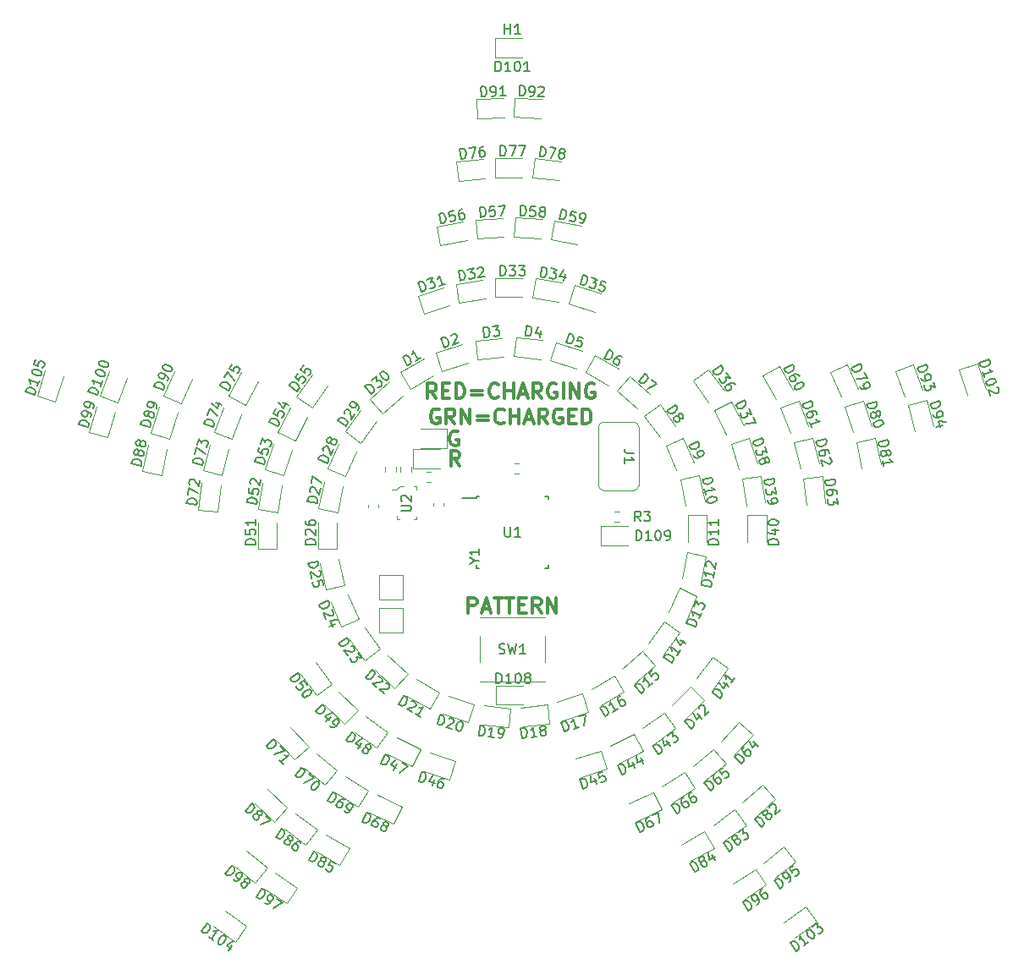
<source format=gbr>
G04 #@! TF.GenerationSoftware,KiCad,Pcbnew,(5.1.9)-1*
G04 #@! TF.CreationDate,2021-01-19T13:28:18-05:00*
G04 #@! TF.ProjectId,Star,53746172-2e6b-4696-9361-645f70636258,rev?*
G04 #@! TF.SameCoordinates,Original*
G04 #@! TF.FileFunction,Legend,Top*
G04 #@! TF.FilePolarity,Positive*
%FSLAX46Y46*%
G04 Gerber Fmt 4.6, Leading zero omitted, Abs format (unit mm)*
G04 Created by KiCad (PCBNEW (5.1.9)-1) date 2021-01-19 13:28:18*
%MOMM*%
%LPD*%
G01*
G04 APERTURE LIST*
%ADD10C,0.300000*%
%ADD11C,0.100000*%
%ADD12C,0.120000*%
%ADD13C,0.150000*%
G04 APERTURE END LIST*
D10*
X95607142Y-108058571D02*
X95607142Y-106558571D01*
X96178571Y-106558571D01*
X96321428Y-106630000D01*
X96392857Y-106701428D01*
X96464285Y-106844285D01*
X96464285Y-107058571D01*
X96392857Y-107201428D01*
X96321428Y-107272857D01*
X96178571Y-107344285D01*
X95607142Y-107344285D01*
X97035714Y-107630000D02*
X97750000Y-107630000D01*
X96892857Y-108058571D02*
X97392857Y-106558571D01*
X97892857Y-108058571D01*
X98178571Y-106558571D02*
X99035714Y-106558571D01*
X98607142Y-108058571D02*
X98607142Y-106558571D01*
X99321428Y-106558571D02*
X100178571Y-106558571D01*
X99750000Y-108058571D02*
X99750000Y-106558571D01*
X100678571Y-107272857D02*
X101178571Y-107272857D01*
X101392857Y-108058571D02*
X100678571Y-108058571D01*
X100678571Y-106558571D01*
X101392857Y-106558571D01*
X102892857Y-108058571D02*
X102392857Y-107344285D01*
X102035714Y-108058571D02*
X102035714Y-106558571D01*
X102607142Y-106558571D01*
X102750000Y-106630000D01*
X102821428Y-106701428D01*
X102892857Y-106844285D01*
X102892857Y-107058571D01*
X102821428Y-107201428D01*
X102750000Y-107272857D01*
X102607142Y-107344285D01*
X102035714Y-107344285D01*
X103535714Y-108058571D02*
X103535714Y-106558571D01*
X104392857Y-108058571D01*
X104392857Y-106558571D01*
X94694285Y-93348571D02*
X94194285Y-92634285D01*
X93837142Y-93348571D02*
X93837142Y-91848571D01*
X94408571Y-91848571D01*
X94551428Y-91920000D01*
X94622857Y-91991428D01*
X94694285Y-92134285D01*
X94694285Y-92348571D01*
X94622857Y-92491428D01*
X94551428Y-92562857D01*
X94408571Y-92634285D01*
X93837142Y-92634285D01*
X94582857Y-89930000D02*
X94440000Y-89858571D01*
X94225714Y-89858571D01*
X94011428Y-89930000D01*
X93868571Y-90072857D01*
X93797142Y-90215714D01*
X93725714Y-90501428D01*
X93725714Y-90715714D01*
X93797142Y-91001428D01*
X93868571Y-91144285D01*
X94011428Y-91287142D01*
X94225714Y-91358571D01*
X94368571Y-91358571D01*
X94582857Y-91287142D01*
X94654285Y-91215714D01*
X94654285Y-90715714D01*
X94368571Y-90715714D01*
X92385714Y-86603571D02*
X91885714Y-85889285D01*
X91528571Y-86603571D02*
X91528571Y-85103571D01*
X92100000Y-85103571D01*
X92242857Y-85175000D01*
X92314285Y-85246428D01*
X92385714Y-85389285D01*
X92385714Y-85603571D01*
X92314285Y-85746428D01*
X92242857Y-85817857D01*
X92100000Y-85889285D01*
X91528571Y-85889285D01*
X93028571Y-85817857D02*
X93528571Y-85817857D01*
X93742857Y-86603571D02*
X93028571Y-86603571D01*
X93028571Y-85103571D01*
X93742857Y-85103571D01*
X94385714Y-86603571D02*
X94385714Y-85103571D01*
X94742857Y-85103571D01*
X94957142Y-85175000D01*
X95100000Y-85317857D01*
X95171428Y-85460714D01*
X95242857Y-85746428D01*
X95242857Y-85960714D01*
X95171428Y-86246428D01*
X95100000Y-86389285D01*
X94957142Y-86532142D01*
X94742857Y-86603571D01*
X94385714Y-86603571D01*
X95885714Y-85817857D02*
X97028571Y-85817857D01*
X97028571Y-86246428D02*
X95885714Y-86246428D01*
X98600000Y-86460714D02*
X98528571Y-86532142D01*
X98314285Y-86603571D01*
X98171428Y-86603571D01*
X97957142Y-86532142D01*
X97814285Y-86389285D01*
X97742857Y-86246428D01*
X97671428Y-85960714D01*
X97671428Y-85746428D01*
X97742857Y-85460714D01*
X97814285Y-85317857D01*
X97957142Y-85175000D01*
X98171428Y-85103571D01*
X98314285Y-85103571D01*
X98528571Y-85175000D01*
X98600000Y-85246428D01*
X99242857Y-86603571D02*
X99242857Y-85103571D01*
X99242857Y-85817857D02*
X100100000Y-85817857D01*
X100100000Y-86603571D02*
X100100000Y-85103571D01*
X100742857Y-86175000D02*
X101457142Y-86175000D01*
X100600000Y-86603571D02*
X101100000Y-85103571D01*
X101600000Y-86603571D01*
X102957142Y-86603571D02*
X102457142Y-85889285D01*
X102100000Y-86603571D02*
X102100000Y-85103571D01*
X102671428Y-85103571D01*
X102814285Y-85175000D01*
X102885714Y-85246428D01*
X102957142Y-85389285D01*
X102957142Y-85603571D01*
X102885714Y-85746428D01*
X102814285Y-85817857D01*
X102671428Y-85889285D01*
X102100000Y-85889285D01*
X104385714Y-85175000D02*
X104242857Y-85103571D01*
X104028571Y-85103571D01*
X103814285Y-85175000D01*
X103671428Y-85317857D01*
X103600000Y-85460714D01*
X103528571Y-85746428D01*
X103528571Y-85960714D01*
X103600000Y-86246428D01*
X103671428Y-86389285D01*
X103814285Y-86532142D01*
X104028571Y-86603571D01*
X104171428Y-86603571D01*
X104385714Y-86532142D01*
X104457142Y-86460714D01*
X104457142Y-85960714D01*
X104171428Y-85960714D01*
X105100000Y-86603571D02*
X105100000Y-85103571D01*
X105814285Y-86603571D02*
X105814285Y-85103571D01*
X106671428Y-86603571D01*
X106671428Y-85103571D01*
X108171428Y-85175000D02*
X108028571Y-85103571D01*
X107814285Y-85103571D01*
X107600000Y-85175000D01*
X107457142Y-85317857D01*
X107385714Y-85460714D01*
X107314285Y-85746428D01*
X107314285Y-85960714D01*
X107385714Y-86246428D01*
X107457142Y-86389285D01*
X107600000Y-86532142D01*
X107814285Y-86603571D01*
X107957142Y-86603571D01*
X108171428Y-86532142D01*
X108242857Y-86460714D01*
X108242857Y-85960714D01*
X107957142Y-85960714D01*
X92671428Y-87725000D02*
X92528571Y-87653571D01*
X92314285Y-87653571D01*
X92100000Y-87725000D01*
X91957142Y-87867857D01*
X91885714Y-88010714D01*
X91814285Y-88296428D01*
X91814285Y-88510714D01*
X91885714Y-88796428D01*
X91957142Y-88939285D01*
X92100000Y-89082142D01*
X92314285Y-89153571D01*
X92457142Y-89153571D01*
X92671428Y-89082142D01*
X92742857Y-89010714D01*
X92742857Y-88510714D01*
X92457142Y-88510714D01*
X94242857Y-89153571D02*
X93742857Y-88439285D01*
X93385714Y-89153571D02*
X93385714Y-87653571D01*
X93957142Y-87653571D01*
X94100000Y-87725000D01*
X94171428Y-87796428D01*
X94242857Y-87939285D01*
X94242857Y-88153571D01*
X94171428Y-88296428D01*
X94100000Y-88367857D01*
X93957142Y-88439285D01*
X93385714Y-88439285D01*
X94885714Y-89153571D02*
X94885714Y-87653571D01*
X95742857Y-89153571D01*
X95742857Y-87653571D01*
X96457142Y-88367857D02*
X97600000Y-88367857D01*
X97600000Y-88796428D02*
X96457142Y-88796428D01*
X99171428Y-89010714D02*
X99100000Y-89082142D01*
X98885714Y-89153571D01*
X98742857Y-89153571D01*
X98528571Y-89082142D01*
X98385714Y-88939285D01*
X98314285Y-88796428D01*
X98242857Y-88510714D01*
X98242857Y-88296428D01*
X98314285Y-88010714D01*
X98385714Y-87867857D01*
X98528571Y-87725000D01*
X98742857Y-87653571D01*
X98885714Y-87653571D01*
X99100000Y-87725000D01*
X99171428Y-87796428D01*
X99814285Y-89153571D02*
X99814285Y-87653571D01*
X99814285Y-88367857D02*
X100671428Y-88367857D01*
X100671428Y-89153571D02*
X100671428Y-87653571D01*
X101314285Y-88725000D02*
X102028571Y-88725000D01*
X101171428Y-89153571D02*
X101671428Y-87653571D01*
X102171428Y-89153571D01*
X103528571Y-89153571D02*
X103028571Y-88439285D01*
X102671428Y-89153571D02*
X102671428Y-87653571D01*
X103242857Y-87653571D01*
X103385714Y-87725000D01*
X103457142Y-87796428D01*
X103528571Y-87939285D01*
X103528571Y-88153571D01*
X103457142Y-88296428D01*
X103385714Y-88367857D01*
X103242857Y-88439285D01*
X102671428Y-88439285D01*
X104957142Y-87725000D02*
X104814285Y-87653571D01*
X104600000Y-87653571D01*
X104385714Y-87725000D01*
X104242857Y-87867857D01*
X104171428Y-88010714D01*
X104100000Y-88296428D01*
X104100000Y-88510714D01*
X104171428Y-88796428D01*
X104242857Y-88939285D01*
X104385714Y-89082142D01*
X104600000Y-89153571D01*
X104742857Y-89153571D01*
X104957142Y-89082142D01*
X105028571Y-89010714D01*
X105028571Y-88510714D01*
X104742857Y-88510714D01*
X105671428Y-88367857D02*
X106171428Y-88367857D01*
X106385714Y-89153571D02*
X105671428Y-89153571D01*
X105671428Y-87653571D01*
X106385714Y-87653571D01*
X107028571Y-89153571D02*
X107028571Y-87653571D01*
X107385714Y-87653571D01*
X107600000Y-87725000D01*
X107742857Y-87867857D01*
X107814285Y-88010714D01*
X107885714Y-88296428D01*
X107885714Y-88510714D01*
X107814285Y-88796428D01*
X107742857Y-88939285D01*
X107600000Y-89082142D01*
X107385714Y-89153571D01*
X107028571Y-89153571D01*
D11*
X88765000Y-95410000D02*
X89140000Y-95410000D01*
X88440000Y-95735000D02*
X87915000Y-95735000D01*
X88440000Y-95635000D02*
X88440000Y-95735000D01*
X88765000Y-95410000D02*
X88440000Y-95635000D01*
X90440000Y-98710000D02*
X90115000Y-98710000D01*
X90440000Y-98410000D02*
X90440000Y-98710000D01*
X88440000Y-98710000D02*
X88740000Y-98710000D01*
X88440000Y-98385000D02*
X88440000Y-98710000D01*
X90440000Y-95410000D02*
X90140000Y-95410000D01*
X90440000Y-95735000D02*
X90440000Y-95410000D01*
D12*
X103230000Y-108480000D02*
X103230000Y-108510000D01*
X103230000Y-114940000D02*
X103230000Y-114910000D01*
X96770000Y-114940000D02*
X96770000Y-114910000D01*
X96770000Y-108510000D02*
X96770000Y-108480000D01*
X103230000Y-110410000D02*
X103230000Y-113010000D01*
X96770000Y-108480000D02*
X103230000Y-108480000D01*
X96770000Y-110410000D02*
X96770000Y-113010000D01*
X96770000Y-114940000D02*
X103230000Y-114940000D01*
X108640000Y-95330000D02*
X108640000Y-89450000D01*
X112640000Y-95320000D02*
X112640000Y-89450000D01*
X109140000Y-88950000D02*
X112140000Y-88950000D01*
X109140000Y-95830000D02*
X112140000Y-95820000D01*
X109140000Y-95830000D02*
G75*
G02*
X108640000Y-95330000I0J500000D01*
G01*
X108640000Y-89450000D02*
G75*
G02*
X109140000Y-88950000I500000J0D01*
G01*
X112140000Y-88950000D02*
G75*
G02*
X112640000Y-89450000I0J-500000D01*
G01*
X112640000Y-95320000D02*
G75*
G02*
X112140000Y-95820000I-500000J0D01*
G01*
D13*
X96375000Y-96600000D02*
X94950000Y-96600000D01*
X103625000Y-96375000D02*
X103300000Y-96375000D01*
X103625000Y-103625000D02*
X103300000Y-103625000D01*
X96375000Y-103625000D02*
X96700000Y-103625000D01*
X96375000Y-96375000D02*
X96700000Y-96375000D01*
X96375000Y-103625000D02*
X96375000Y-103300000D01*
X103625000Y-103625000D02*
X103625000Y-103300000D01*
X103625000Y-96375000D02*
X103625000Y-96700000D01*
X96375000Y-96375000D02*
X96375000Y-96600000D01*
D12*
X93120000Y-97376267D02*
X93120000Y-97083733D01*
X92100000Y-97376267D02*
X92100000Y-97083733D01*
X86610000Y-97533767D02*
X86610000Y-97241233D01*
X85590000Y-97533767D02*
X85590000Y-97241233D01*
X89770747Y-85652414D02*
X92096025Y-84309914D01*
X88810747Y-83989646D02*
X89770747Y-85652414D01*
X91136025Y-82647146D02*
X88810747Y-83989646D01*
X92974126Y-83843708D02*
X95527713Y-83013997D01*
X92380813Y-82017679D02*
X92974126Y-83843708D01*
X94934400Y-81187969D02*
X92380813Y-82017679D01*
X96494578Y-82730871D02*
X99164869Y-82450213D01*
X96293883Y-80821389D02*
X96494578Y-82730871D01*
X98964175Y-80540731D02*
X96293883Y-80821389D01*
X100157659Y-82379956D02*
X102827951Y-82660614D01*
X100358354Y-80470474D02*
X100157659Y-82379956D01*
X103028645Y-80751132D02*
X100358354Y-80470474D01*
X103820813Y-82802321D02*
X106374400Y-83632031D01*
X104414126Y-80976292D02*
X103820813Y-82802321D01*
X106967713Y-81806003D02*
X104414126Y-80976292D01*
X107310747Y-83967414D02*
X109636025Y-85309914D01*
X108270747Y-82304646D02*
X107310747Y-83967414D01*
X110596025Y-83647146D02*
X108270747Y-82304646D01*
X110484352Y-85837754D02*
X112479695Y-87634370D01*
X111769082Y-84410916D02*
X110484352Y-85837754D01*
X113764426Y-86207532D02*
X111769082Y-84410916D01*
X113199740Y-88327052D02*
X114777943Y-90499263D01*
X114753052Y-87198505D02*
X113199740Y-88327052D01*
X116331256Y-89370715D02*
X114753052Y-87198505D01*
X115337645Y-91321143D02*
X116429733Y-93774013D01*
X117091652Y-90540209D02*
X115337645Y-91321143D01*
X118183740Y-92993078D02*
X117091652Y-90540209D01*
X116806378Y-94705050D02*
X117364621Y-97331376D01*
X118684421Y-94305859D02*
X116806378Y-94705050D01*
X119242664Y-96932185D02*
X118684421Y-94305859D01*
X117540000Y-98315000D02*
X117540000Y-101000000D01*
X119460000Y-98315000D02*
X117540000Y-98315000D01*
X119460000Y-101000000D02*
X119460000Y-98315000D01*
X117507041Y-101998592D02*
X116948798Y-104624918D01*
X119385084Y-102397783D02*
X117507041Y-101998592D01*
X118826841Y-105024109D02*
X119385084Y-102397783D01*
X116708939Y-105594836D02*
X115616851Y-108047705D01*
X118462946Y-106375770D02*
X116708939Y-105594836D01*
X117370858Y-108828640D02*
X118462946Y-106375770D01*
X115174811Y-108944080D02*
X113596607Y-111116290D01*
X116728123Y-110072627D02*
X115174811Y-108944080D01*
X115149920Y-112244838D02*
X116728123Y-110072627D01*
X112989834Y-111909096D02*
X110994490Y-113705712D01*
X114274564Y-113335934D02*
X112989834Y-111909096D01*
X112279221Y-115132550D02*
X114274564Y-113335934D01*
X110227355Y-114344866D02*
X107902077Y-115687366D01*
X111187355Y-116007634D02*
X110227355Y-114344866D01*
X108862077Y-117350134D02*
X111187355Y-116007634D01*
X107022689Y-116160837D02*
X104469102Y-116990548D01*
X107616002Y-117986866D02*
X107022689Y-116160837D01*
X105062415Y-118816576D02*
X107616002Y-117986866D01*
X103509199Y-117267784D02*
X100838908Y-117548442D01*
X103709894Y-119177266D02*
X103509199Y-117267784D01*
X101039602Y-119457924D02*
X103709894Y-119177266D01*
X99842341Y-117620044D02*
X97172049Y-117339386D01*
X99641646Y-119529526D02*
X99842341Y-117620044D01*
X96971355Y-119248868D02*
X99641646Y-119529526D01*
X96182373Y-117202225D02*
X93628786Y-116372515D01*
X95589060Y-119028254D02*
X96182373Y-117202225D01*
X93035473Y-118198543D02*
X95589060Y-119028254D01*
X92687354Y-116032367D02*
X90362076Y-114689867D01*
X91727354Y-117695135D02*
X92687354Y-116032367D01*
X89402076Y-116352635D02*
X91727354Y-117695135D01*
X89515648Y-114162246D02*
X87520305Y-112365630D01*
X88230918Y-115589084D02*
X89515648Y-114162246D01*
X86235574Y-113792468D02*
X88230918Y-115589084D01*
X86800260Y-111672948D02*
X85222057Y-109500737D01*
X85246948Y-112801495D02*
X86800260Y-111672948D01*
X83668744Y-110629285D02*
X85246948Y-112801495D01*
X84661764Y-108673485D02*
X83569676Y-106220615D01*
X82907757Y-109454419D02*
X84661764Y-108673485D01*
X81815669Y-107001550D02*
X82907757Y-109454419D01*
X83193622Y-105294950D02*
X82635379Y-102668624D01*
X81315579Y-105694141D02*
X83193622Y-105294950D01*
X80757336Y-103067815D02*
X81315579Y-105694141D01*
X82460000Y-101687500D02*
X82460000Y-99002500D01*
X80540000Y-101687500D02*
X82460000Y-101687500D01*
X80540000Y-99002500D02*
X80540000Y-101687500D01*
X82492959Y-98001408D02*
X83051202Y-95375082D01*
X80614916Y-97602217D02*
X82492959Y-98001408D01*
X81173159Y-94975891D02*
X80614916Y-97602217D01*
X83291652Y-94399791D02*
X84383740Y-91946922D01*
X81537645Y-93618857D02*
X83291652Y-94399791D01*
X82629733Y-91165987D02*
X81537645Y-93618857D01*
X84819423Y-91053440D02*
X86397627Y-88881230D01*
X83266111Y-89924893D02*
X84819423Y-91053440D01*
X84844314Y-87752682D02*
X83266111Y-89924893D01*
X87011249Y-88092725D02*
X89006593Y-86296109D01*
X85726519Y-86665887D02*
X87011249Y-88092725D01*
X87721862Y-84869271D02*
X85726519Y-86665887D01*
X91123210Y-78132823D02*
X93676797Y-77303112D01*
X90529897Y-76306794D02*
X91123210Y-78132823D01*
X93083484Y-75477084D02*
X90529897Y-76306794D01*
X94653278Y-77013409D02*
X97305221Y-76593382D01*
X94352924Y-75117047D02*
X94653278Y-77013409D01*
X97004867Y-74697021D02*
X94352924Y-75117047D01*
X98315000Y-76460000D02*
X101000000Y-76460000D01*
X98315000Y-74540000D02*
X98315000Y-76460000D01*
X101000000Y-74540000D02*
X98315000Y-74540000D01*
X102015568Y-76484589D02*
X104667511Y-76904615D01*
X102315922Y-74588227D02*
X102015568Y-76484589D01*
X104967865Y-75008254D02*
X102315922Y-74588227D01*
X105671729Y-77091436D02*
X108225316Y-77921146D01*
X106265042Y-75265407D02*
X105671729Y-77091436D01*
X108818629Y-76095118D02*
X106265042Y-75265407D01*
X118053842Y-84800341D02*
X119632045Y-86972552D01*
X119607154Y-83671794D02*
X118053842Y-84800341D01*
X121185358Y-85844004D02*
X119607154Y-83671794D01*
X120209320Y-87811718D02*
X121428284Y-90204070D01*
X121920052Y-86940056D02*
X120209320Y-87811718D01*
X123139017Y-89332409D02*
X121920052Y-86940056D01*
X121866292Y-91124126D02*
X122696003Y-93677713D01*
X123692321Y-90530813D02*
X121866292Y-91124126D01*
X124522031Y-93084400D02*
X123692321Y-90530813D01*
X122988227Y-94655922D02*
X123408254Y-97307865D01*
X124884589Y-94355568D02*
X122988227Y-94655922D01*
X125304615Y-97007511D02*
X124884589Y-94355568D01*
X123540000Y-98315000D02*
X123540000Y-101000000D01*
X125460000Y-98315000D02*
X123540000Y-98315000D01*
X125460000Y-101000000D02*
X125460000Y-98315000D01*
X120033762Y-112472533D02*
X118455558Y-114644743D01*
X121587074Y-113601080D02*
X120033762Y-112472533D01*
X120008871Y-115773291D02*
X121587074Y-113601080D01*
X117835564Y-115456791D02*
X115936983Y-117355372D01*
X119193209Y-116814436D02*
X117835564Y-115456791D01*
X117294628Y-118713017D02*
X119193209Y-116814436D01*
X115198920Y-118052926D02*
X113026709Y-119631129D01*
X116327467Y-119606238D02*
X115198920Y-118052926D01*
X114155257Y-121184442D02*
X116327467Y-119606238D01*
X112188282Y-120209320D02*
X109795930Y-121428284D01*
X113059944Y-121920052D02*
X112188282Y-120209320D01*
X110667591Y-123139017D02*
X113059944Y-121920052D01*
X108875874Y-121866292D02*
X106322287Y-122696003D01*
X109469187Y-123692321D02*
X108875874Y-121866292D01*
X106915600Y-124522031D02*
X109469187Y-123692321D01*
X94329187Y-122907679D02*
X91775600Y-122077969D01*
X93735874Y-124733708D02*
X94329187Y-122907679D01*
X91182287Y-123903997D02*
X93735874Y-124733708D01*
X90814410Y-121739268D02*
X88422057Y-120520303D01*
X89942748Y-123450000D02*
X90814410Y-121739268D01*
X87550396Y-122231036D02*
X89942748Y-123450000D01*
X87526728Y-120034678D02*
X85354518Y-118456474D01*
X86398181Y-121587990D02*
X87526728Y-120034678D01*
X84225970Y-120009787D02*
X86398181Y-121587990D01*
X84546181Y-117836768D02*
X82647600Y-115938187D01*
X83188536Y-119194413D02*
X84546181Y-117836768D01*
X81289955Y-117295832D02*
X83188536Y-119194413D01*
X81947074Y-115198920D02*
X80368871Y-113026709D01*
X80393762Y-116327467D02*
X81947074Y-115198920D01*
X78815558Y-114155257D02*
X80393762Y-116327467D01*
X76460000Y-101685000D02*
X76460000Y-99000000D01*
X74540000Y-101685000D02*
X76460000Y-101685000D01*
X74540000Y-99000000D02*
X74540000Y-101685000D01*
X76486225Y-97981788D02*
X76906251Y-95329845D01*
X74589863Y-97681434D02*
X76486225Y-97981788D01*
X75009890Y-95029491D02*
X74589863Y-97681434D01*
X77091436Y-94328271D02*
X77921146Y-91774684D01*
X75265407Y-93734958D02*
X77091436Y-94328271D01*
X76095118Y-91181371D02*
X75265407Y-93734958D01*
X78260732Y-90814410D02*
X79479697Y-88422057D01*
X76550000Y-89942748D02*
X78260732Y-90814410D01*
X77768964Y-87550396D02*
X76550000Y-89942748D01*
X79965322Y-87526728D02*
X81543526Y-85354518D01*
X78412010Y-86398181D02*
X79965322Y-87526728D01*
X79990213Y-84225970D02*
X78412010Y-86398181D01*
X92809135Y-71303875D02*
X95444804Y-70791553D01*
X92442782Y-69419151D02*
X92809135Y-71303875D01*
X95078451Y-68906829D02*
X92442782Y-69419151D01*
X96461638Y-70621261D02*
X99141630Y-70457346D01*
X96344425Y-68704842D02*
X96461638Y-70621261D01*
X99024417Y-68540927D02*
X96344425Y-68704842D01*
X100179536Y-70415343D02*
X102859528Y-70579258D01*
X100296749Y-68498924D02*
X100179536Y-70415343D01*
X102976741Y-68662839D02*
X100296749Y-68498924D01*
X103877912Y-70661088D02*
X106513581Y-71173410D01*
X104244265Y-68776364D02*
X103877912Y-70661088D01*
X106879934Y-69288686D02*
X104244265Y-68776364D01*
X125070814Y-84298196D02*
X126372528Y-86646550D01*
X126750084Y-83367362D02*
X125070814Y-84298196D01*
X128051798Y-85715715D02*
X126750084Y-83367362D01*
X126847428Y-87556289D02*
X127831483Y-90054460D01*
X128633829Y-86852606D02*
X126847428Y-87556289D01*
X129617885Y-89350777D02*
X128633829Y-86852606D01*
X128190474Y-91023994D02*
X128862744Y-93623470D01*
X130049317Y-90543264D02*
X128190474Y-91023994D01*
X130721588Y-93142741D02*
X130049317Y-90543264D01*
X129101304Y-94621890D02*
X129428523Y-97286877D01*
X131006992Y-94387901D02*
X129101304Y-94621890D01*
X131334212Y-97052888D02*
X131006992Y-94387901D01*
X122680611Y-118991637D02*
X120849445Y-120955321D01*
X124084810Y-120301073D02*
X122680611Y-118991637D01*
X122253644Y-122264758D02*
X124084810Y-120301073D01*
X120130984Y-121688103D02*
X118059172Y-123395973D01*
X121352255Y-123169622D02*
X120130984Y-121688103D01*
X119280443Y-124877492D02*
X121352255Y-123169622D01*
X117248024Y-124036995D02*
X114983518Y-125479645D01*
X118279639Y-125656307D02*
X117248024Y-124036995D01*
X116015133Y-127098956D02*
X118279639Y-125656307D01*
X114107683Y-126015058D02*
X111674247Y-127149788D01*
X114919110Y-127755169D02*
X114107683Y-126015058D01*
X112485674Y-128889899D02*
X114919110Y-127755169D01*
X88947879Y-127456154D02*
X86524437Y-126300232D01*
X88121298Y-129189118D02*
X88947879Y-127456154D01*
X85697856Y-128033196D02*
X88121298Y-129189118D01*
X85594205Y-125847696D02*
X83329699Y-124405047D01*
X84562590Y-127467008D02*
X85594205Y-125847696D01*
X82298084Y-126024358D02*
X84562590Y-127467008D01*
X82469392Y-123831686D02*
X80397580Y-122123816D01*
X81248121Y-125313205D02*
X82469392Y-123831686D01*
X79176309Y-123605335D02*
X81248121Y-125313205D01*
X79617724Y-121456300D02*
X77786558Y-119492615D01*
X78213525Y-122765736D02*
X79617724Y-121456300D01*
X76382359Y-120802052D02*
X78213525Y-122765736D01*
X70487996Y-97966772D02*
X70815216Y-95301785D01*
X68582308Y-97732783D02*
X70487996Y-97966772D01*
X68909527Y-95067796D02*
X68582308Y-97732783D01*
X70965745Y-94286653D02*
X71638016Y-91687176D01*
X69106902Y-93805923D02*
X70965745Y-94286653D01*
X69779172Y-91206447D02*
X69106902Y-93805923D01*
X71917463Y-90691796D02*
X72901519Y-88193625D01*
X70131062Y-89988113D02*
X71917463Y-90691796D01*
X71115117Y-87489942D02*
X70131062Y-89988113D01*
X73295377Y-87245664D02*
X74597091Y-84897311D01*
X71616107Y-86314830D02*
X73295377Y-87245664D01*
X72917821Y-83966476D02*
X71616107Y-86314830D01*
X94609289Y-64830822D02*
X97279580Y-64550164D01*
X94408594Y-62921340D02*
X94609289Y-64830822D01*
X97078886Y-62640682D02*
X94408594Y-62921340D01*
X98315000Y-64460000D02*
X101000000Y-64460000D01*
X98315000Y-62540000D02*
X98315000Y-64460000D01*
X101000000Y-62540000D02*
X98315000Y-62540000D01*
X102039172Y-64478562D02*
X104709464Y-64759220D01*
X102239867Y-62569080D02*
X102039172Y-64478562D01*
X104910158Y-62849738D02*
X102239867Y-62569080D01*
X131782054Y-84005256D02*
X132874142Y-86458126D01*
X133536061Y-83224322D02*
X131782054Y-84005256D01*
X134628149Y-85677191D02*
X133536061Y-83224322D01*
X133279855Y-87415006D02*
X134109566Y-89968593D01*
X135105884Y-86821693D02*
X133279855Y-87415006D01*
X135935594Y-89375280D02*
X135105884Y-86821693D01*
X134413034Y-90962640D02*
X134971277Y-93588966D01*
X136291077Y-90563449D02*
X134413034Y-90962640D01*
X136849320Y-93189775D02*
X136291077Y-90563449D01*
X125033101Y-125283882D02*
X123037757Y-127080498D01*
X126317831Y-126710720D02*
X125033101Y-125283882D01*
X124322488Y-128507336D02*
X126317831Y-126710720D01*
X122253082Y-127762046D02*
X120080871Y-129340249D01*
X123381629Y-129315358D02*
X122253082Y-127762046D01*
X121209419Y-130893562D02*
X123381629Y-129315358D01*
X119229253Y-129936043D02*
X116903975Y-131278543D01*
X120189253Y-131598811D02*
X119229253Y-129936043D01*
X117863975Y-132941311D02*
X120189253Y-131598811D01*
X83689253Y-131621043D02*
X81363975Y-130278543D01*
X82729253Y-133283811D02*
X83689253Y-131621043D01*
X80403975Y-131941311D02*
X82729253Y-133283811D01*
X80473305Y-129742882D02*
X78301095Y-128164678D01*
X79344758Y-131296194D02*
X80473305Y-129742882D01*
X77172547Y-129717991D02*
X79344758Y-131296194D01*
X77471297Y-127538852D02*
X75475954Y-125742236D01*
X76186567Y-128965690D02*
X77471297Y-127538852D01*
X74191223Y-127169074D02*
X76186567Y-128965690D01*
X64886303Y-94258997D02*
X65444546Y-91632671D01*
X63008260Y-93859806D02*
X64886303Y-94258997D01*
X63566503Y-91233480D02*
X63008260Y-93859806D01*
X65678758Y-90620067D02*
X66508468Y-88066480D01*
X63852729Y-90026754D02*
X65678758Y-90620067D01*
X64682440Y-87473167D02*
X63852729Y-90026754D01*
X66847243Y-87083904D02*
X67939331Y-84631035D01*
X65093236Y-86302970D02*
X66847243Y-87083904D01*
X66185324Y-83850100D02*
X65093236Y-86302970D01*
X96504654Y-58573036D02*
X99187099Y-58455918D01*
X96420905Y-56654863D02*
X96504654Y-58573036D01*
X99103350Y-56537745D02*
X96420905Y-56654863D01*
X100128553Y-58426039D02*
X102810998Y-58543157D01*
X100212302Y-56507866D02*
X100128553Y-58426039D01*
X102894747Y-56624984D02*
X100212302Y-56507866D01*
X138319263Y-83874092D02*
X139259570Y-86389057D01*
X140117674Y-83201694D02*
X138319263Y-83874092D01*
X141057981Y-85716659D02*
X140117674Y-83201694D01*
X139578912Y-87275201D02*
X140296447Y-89862548D01*
X141429083Y-86762103D02*
X139578912Y-87275201D01*
X142146618Y-89349451D02*
X141429083Y-86762103D01*
X127177953Y-131460605D02*
X125076650Y-133132057D01*
X128373181Y-132963213D02*
X127177953Y-131460605D01*
X126271878Y-134634664D02*
X128373181Y-132963213D01*
X124332560Y-133709603D02*
X122093577Y-135191554D01*
X125392279Y-135310664D02*
X124332560Y-133709603D01*
X123153296Y-136792614D02*
X125392279Y-135310664D01*
X78477635Y-135569630D02*
X76238652Y-134087680D01*
X77417916Y-137170691D02*
X78477635Y-135569630D01*
X75178933Y-135688740D02*
X77417916Y-137170691D01*
X75459437Y-133558479D02*
X73358134Y-131887028D01*
X74264209Y-135061087D02*
X75459437Y-133558479D01*
X72162906Y-133389635D02*
X74264209Y-135061087D01*
X59520495Y-90522635D02*
X60238030Y-87935287D01*
X57670324Y-90009537D02*
X59520495Y-90522635D01*
X58387859Y-87422190D02*
X57670324Y-90009537D01*
X60500538Y-87030678D02*
X61440845Y-84515713D01*
X58702127Y-86358280D02*
X60500538Y-87030678D01*
X59642434Y-83843315D02*
X58702127Y-86358280D01*
X98315000Y-52460000D02*
X101000000Y-52460000D01*
X98315000Y-50540000D02*
X98315000Y-52460000D01*
X101000000Y-50540000D02*
X98315000Y-50540000D01*
X144692533Y-83706802D02*
X145522244Y-86260389D01*
X146518562Y-83113489D02*
X144692533Y-83706802D01*
X147348272Y-85667076D02*
X146518562Y-83113489D01*
X129306505Y-137470250D02*
X127134294Y-139048453D01*
X130435052Y-139023562D02*
X129306505Y-137470250D01*
X128262842Y-140601766D02*
X130435052Y-139023562D01*
X73419882Y-139451086D02*
X71247672Y-137872882D01*
X72291335Y-141004398D02*
X73419882Y-139451086D01*
X70119124Y-139426195D02*
X72291335Y-141004398D01*
X54266080Y-86911863D02*
X55095790Y-84358276D01*
X52440051Y-86318550D02*
X54266080Y-86911863D01*
X53269762Y-83764963D02*
X52440051Y-86318550D01*
X90105000Y-93620000D02*
X92790000Y-93620000D01*
X90105000Y-91700000D02*
X90105000Y-93620000D01*
X92790000Y-91700000D02*
X90105000Y-91700000D01*
X93485000Y-89660000D02*
X90800000Y-89660000D01*
X93485000Y-91580000D02*
X93485000Y-89660000D01*
X90800000Y-91580000D02*
X93485000Y-91580000D01*
X98395000Y-117270000D02*
X101080000Y-117270000D01*
X98395000Y-115350000D02*
X98395000Y-117270000D01*
X101080000Y-115350000D02*
X98395000Y-115350000D01*
X108877500Y-101310000D02*
X111562500Y-101310000D01*
X108877500Y-99390000D02*
X108877500Y-101310000D01*
X111562500Y-99390000D02*
X108877500Y-99390000D01*
X88352500Y-93937258D02*
X88352500Y-93462742D01*
X87307500Y-93937258D02*
X87307500Y-93462742D01*
X89872500Y-93937258D02*
X89872500Y-93462742D01*
X88827500Y-93937258D02*
X88827500Y-93462742D01*
X110712258Y-97927500D02*
X110237742Y-97927500D01*
X110712258Y-98972500D02*
X110237742Y-98972500D01*
X100212742Y-94122500D02*
X100687258Y-94122500D01*
X100212742Y-93077500D02*
X100687258Y-93077500D01*
X91857258Y-93927500D02*
X91382742Y-93927500D01*
X91857258Y-94972500D02*
X91382742Y-94972500D01*
X86650000Y-107600000D02*
X89050000Y-107600000D01*
X86650000Y-110000000D02*
X86650000Y-107600000D01*
X89050000Y-110000000D02*
X86650000Y-110000000D01*
X89050000Y-107600000D02*
X89050000Y-110000000D01*
X89050000Y-104300000D02*
X89050000Y-106700000D01*
X89050000Y-106700000D02*
X86650000Y-106700000D01*
X86650000Y-106700000D02*
X86650000Y-104300000D01*
X86650000Y-104300000D02*
X89050000Y-104300000D01*
D13*
X88872380Y-97881904D02*
X89681904Y-97881904D01*
X89777142Y-97834285D01*
X89824761Y-97786666D01*
X89872380Y-97691428D01*
X89872380Y-97500952D01*
X89824761Y-97405714D01*
X89777142Y-97358095D01*
X89681904Y-97310476D01*
X88872380Y-97310476D01*
X88967619Y-96881904D02*
X88920000Y-96834285D01*
X88872380Y-96739047D01*
X88872380Y-96500952D01*
X88920000Y-96405714D01*
X88967619Y-96358095D01*
X89062857Y-96310476D01*
X89158095Y-96310476D01*
X89300952Y-96358095D01*
X89872380Y-96929523D01*
X89872380Y-96310476D01*
X98666666Y-112124761D02*
X98809523Y-112172380D01*
X99047619Y-112172380D01*
X99142857Y-112124761D01*
X99190476Y-112077142D01*
X99238095Y-111981904D01*
X99238095Y-111886666D01*
X99190476Y-111791428D01*
X99142857Y-111743809D01*
X99047619Y-111696190D01*
X98857142Y-111648571D01*
X98761904Y-111600952D01*
X98714285Y-111553333D01*
X98666666Y-111458095D01*
X98666666Y-111362857D01*
X98714285Y-111267619D01*
X98761904Y-111220000D01*
X98857142Y-111172380D01*
X99095238Y-111172380D01*
X99238095Y-111220000D01*
X99571428Y-111172380D02*
X99809523Y-112172380D01*
X100000000Y-111458095D01*
X100190476Y-112172380D01*
X100428571Y-111172380D01*
X101333333Y-112172380D02*
X100761904Y-112172380D01*
X101047619Y-112172380D02*
X101047619Y-111172380D01*
X100952380Y-111315238D01*
X100857142Y-111410476D01*
X100761904Y-111458095D01*
X96226190Y-102876190D02*
X96702380Y-102876190D01*
X95702380Y-103209523D02*
X96226190Y-102876190D01*
X95702380Y-102542857D01*
X96702380Y-101685714D02*
X96702380Y-102257142D01*
X96702380Y-101971428D02*
X95702380Y-101971428D01*
X95845238Y-102066666D01*
X95940476Y-102161904D01*
X95988095Y-102257142D01*
X112197619Y-92066666D02*
X111483333Y-92066666D01*
X111340476Y-92019047D01*
X111245238Y-91923809D01*
X111197619Y-91780952D01*
X111197619Y-91685714D01*
X111197619Y-93066666D02*
X111197619Y-92495238D01*
X111197619Y-92780952D02*
X112197619Y-92780952D01*
X112054761Y-92685714D01*
X111959523Y-92590476D01*
X111911904Y-92495238D01*
X99238095Y-99452380D02*
X99238095Y-100261904D01*
X99285714Y-100357142D01*
X99333333Y-100404761D01*
X99428571Y-100452380D01*
X99619047Y-100452380D01*
X99714285Y-100404761D01*
X99761904Y-100357142D01*
X99809523Y-100261904D01*
X99809523Y-99452380D01*
X100809523Y-100452380D02*
X100238095Y-100452380D01*
X100523809Y-100452380D02*
X100523809Y-99452380D01*
X100428571Y-99595238D01*
X100333333Y-99690476D01*
X100238095Y-99738095D01*
X89511981Y-83310409D02*
X89011981Y-82444383D01*
X89218177Y-82325335D01*
X89365705Y-82295146D01*
X89495802Y-82330006D01*
X89584661Y-82388675D01*
X89721138Y-82529823D01*
X89792567Y-82653540D01*
X89846565Y-82842307D01*
X89852945Y-82948595D01*
X89818086Y-83078693D01*
X89718177Y-83191361D01*
X89511981Y-83310409D01*
X90831639Y-82548504D02*
X90336767Y-82834218D01*
X90584203Y-82691361D02*
X90084203Y-81825335D01*
X90073153Y-81996672D01*
X90038293Y-82126770D01*
X89979624Y-82215628D01*
X93207945Y-81499080D02*
X92898928Y-80548024D01*
X93125370Y-80474448D01*
X93275950Y-80475591D01*
X93395957Y-80536738D01*
X93470676Y-80612600D01*
X93574824Y-80779038D01*
X93618970Y-80914904D01*
X93632542Y-81110772D01*
X93616683Y-81216064D01*
X93555537Y-81336071D01*
X93434387Y-81425505D01*
X93207945Y-81499080D01*
X93834126Y-80344299D02*
X93864699Y-80284295D01*
X93940561Y-80209577D01*
X94167003Y-80136001D01*
X94272295Y-80151859D01*
X94332298Y-80182433D01*
X94407017Y-80258294D01*
X94436447Y-80348871D01*
X94435304Y-80499452D01*
X94068424Y-81219494D01*
X94657174Y-81028197D01*
X97210762Y-80486093D02*
X97106234Y-79491571D01*
X97343025Y-79466684D01*
X97490077Y-79499109D01*
X97594748Y-79583870D01*
X97652062Y-79673609D01*
X97719330Y-79858064D01*
X97734263Y-80000139D01*
X97706815Y-80194549D01*
X97669412Y-80294243D01*
X97584650Y-80398915D01*
X97447553Y-80461205D01*
X97210762Y-80486093D01*
X98006039Y-79396998D02*
X98621696Y-79332290D01*
X98330009Y-79745998D01*
X98472083Y-79731066D01*
X98571777Y-79768469D01*
X98624113Y-79810849D01*
X98681426Y-79900588D01*
X98706314Y-80137379D01*
X98668911Y-80237073D01*
X98626530Y-80289409D01*
X98536792Y-80346722D01*
X98252642Y-80376587D01*
X98152948Y-80339184D01*
X98100613Y-80296803D01*
X101324909Y-80333134D02*
X101429437Y-79338612D01*
X101666228Y-79363500D01*
X101803325Y-79425791D01*
X101888087Y-79530462D01*
X101925490Y-79630156D01*
X101952938Y-79824567D01*
X101938005Y-79966641D01*
X101870737Y-80151096D01*
X101813423Y-80240835D01*
X101708752Y-80325596D01*
X101561700Y-80358022D01*
X101324909Y-80333134D01*
X102815340Y-79819446D02*
X102745655Y-80482461D01*
X102618370Y-79415693D02*
X102306915Y-80101178D01*
X102922572Y-80165886D01*
X105388114Y-81042912D02*
X105697131Y-80091856D01*
X105923573Y-80165431D01*
X106044723Y-80254865D01*
X106105870Y-80374872D01*
X106121728Y-80480164D01*
X106108156Y-80676033D01*
X106064011Y-80811898D01*
X105959862Y-80978336D01*
X105885143Y-81054198D01*
X105765136Y-81115345D01*
X105614556Y-81116488D01*
X105388114Y-81042912D01*
X107101071Y-80548024D02*
X106648187Y-80400873D01*
X106455748Y-80839042D01*
X106515751Y-80808469D01*
X106621043Y-80792610D01*
X106847485Y-80866186D01*
X106923347Y-80940904D01*
X106953920Y-81000908D01*
X106969779Y-81106200D01*
X106896203Y-81332642D01*
X106821485Y-81408504D01*
X106761481Y-81439077D01*
X106656189Y-81454935D01*
X106429747Y-81381360D01*
X106353885Y-81306641D01*
X106323312Y-81246637D01*
X109209600Y-82572313D02*
X109709600Y-81706288D01*
X109915796Y-81825335D01*
X110015705Y-81938003D01*
X110050564Y-82068101D01*
X110044185Y-82174389D01*
X109990186Y-82363156D01*
X109918757Y-82486874D01*
X109782280Y-82628022D01*
X109693421Y-82686691D01*
X109563324Y-82721550D01*
X109415796Y-82691361D01*
X109209600Y-82572313D01*
X110946779Y-82420574D02*
X110781822Y-82325335D01*
X110675534Y-82318956D01*
X110610485Y-82336386D01*
X110456578Y-82412484D01*
X110320100Y-82553632D01*
X110129624Y-82883547D01*
X110123244Y-82989835D01*
X110140674Y-83054883D01*
X110199343Y-83143742D01*
X110364300Y-83238980D01*
X110470588Y-83245360D01*
X110535637Y-83227930D01*
X110624496Y-83169261D01*
X110743543Y-82963064D01*
X110749923Y-82856776D01*
X110732493Y-82791727D01*
X110673824Y-82702869D01*
X110508867Y-82607631D01*
X110402579Y-82601251D01*
X110337530Y-82618681D01*
X110248672Y-82677350D01*
X112631768Y-84867933D02*
X113300899Y-84124788D01*
X113477838Y-84284105D01*
X113552138Y-84415083D01*
X113559187Y-84549585D01*
X113530848Y-84652224D01*
X113438782Y-84825639D01*
X113343192Y-84931803D01*
X113180351Y-85041491D01*
X113081236Y-85080403D01*
X112946734Y-85087452D01*
X112808707Y-85027250D01*
X112631768Y-84867933D01*
X113973268Y-84730192D02*
X114468698Y-85176279D01*
X113481076Y-85632654D01*
X115501866Y-87824897D02*
X116310883Y-87237112D01*
X116450832Y-87429735D01*
X116496277Y-87573298D01*
X116475207Y-87706327D01*
X116426148Y-87800831D01*
X116300039Y-87951315D01*
X116184465Y-88035284D01*
X116002377Y-88108719D01*
X115897338Y-88126174D01*
X115764309Y-88105104D01*
X115641815Y-88017520D01*
X115501866Y-87824897D01*
X116635916Y-88413610D02*
X116618461Y-88308571D01*
X116628996Y-88242057D01*
X116678056Y-88147553D01*
X116716580Y-88119563D01*
X116821619Y-88102108D01*
X116888134Y-88112643D01*
X116982638Y-88161702D01*
X117094597Y-88315801D01*
X117112052Y-88420840D01*
X117101517Y-88487354D01*
X117052457Y-88581858D01*
X117013933Y-88609848D01*
X116908894Y-88627303D01*
X116842379Y-88616768D01*
X116747875Y-88567709D01*
X116635916Y-88413610D01*
X116541412Y-88364551D01*
X116474898Y-88354016D01*
X116369859Y-88371471D01*
X116215760Y-88483430D01*
X116166701Y-88577934D01*
X116156166Y-88644449D01*
X116173621Y-88749488D01*
X116285580Y-88903586D01*
X116380084Y-88952646D01*
X116446598Y-88963180D01*
X116551637Y-88945725D01*
X116705736Y-88833766D01*
X116754795Y-88739262D01*
X116765330Y-88672748D01*
X116747875Y-88567709D01*
X117693869Y-91308601D02*
X118607414Y-90901864D01*
X118704256Y-91119375D01*
X118718859Y-91269250D01*
X118670592Y-91394991D01*
X118602956Y-91477230D01*
X118448315Y-91598206D01*
X118317809Y-91656311D01*
X118124432Y-91690283D01*
X118018059Y-91685517D01*
X117892318Y-91637250D01*
X117790711Y-91526112D01*
X117693869Y-91308601D01*
X118119974Y-92265648D02*
X118197447Y-92439657D01*
X118279686Y-92507293D01*
X118342557Y-92531427D01*
X118511800Y-92560326D01*
X118705177Y-92526354D01*
X119053195Y-92371407D01*
X119120830Y-92289168D01*
X119144964Y-92226298D01*
X119149730Y-92119925D01*
X119072256Y-91945916D01*
X118990017Y-91878280D01*
X118927146Y-91854146D01*
X118820774Y-91849381D01*
X118603263Y-91946223D01*
X118535627Y-92028462D01*
X118511493Y-92091333D01*
X118506728Y-92197706D01*
X118584201Y-92371714D01*
X118666440Y-92439350D01*
X118729311Y-92463484D01*
X118835684Y-92468249D01*
X119014715Y-94716883D02*
X119992863Y-94508971D01*
X120042365Y-94741864D01*
X120025489Y-94891500D01*
X119952133Y-95004458D01*
X119868876Y-95070837D01*
X119692463Y-95157018D01*
X119552728Y-95186720D01*
X119356513Y-95179743D01*
X119253456Y-95152966D01*
X119140498Y-95079610D01*
X119064218Y-94949775D01*
X119014715Y-94716883D01*
X119331533Y-96207394D02*
X119212726Y-95648452D01*
X119272129Y-95927923D02*
X120250277Y-95720011D01*
X120090741Y-95656556D01*
X119977783Y-95583200D01*
X119911403Y-95499944D01*
X120438388Y-96605002D02*
X120458189Y-96698159D01*
X120431411Y-96801216D01*
X120394733Y-96857695D01*
X120311477Y-96924075D01*
X120135064Y-97010256D01*
X119902172Y-97059758D01*
X119705957Y-97052782D01*
X119602900Y-97026005D01*
X119546421Y-96989327D01*
X119480041Y-96906071D01*
X119460240Y-96812914D01*
X119487017Y-96709856D01*
X119523695Y-96653377D01*
X119606952Y-96586998D01*
X119783365Y-96500817D01*
X120016257Y-96451314D01*
X120212472Y-96458290D01*
X120315529Y-96485068D01*
X120372008Y-96521746D01*
X120438388Y-96605002D01*
X120602380Y-101214285D02*
X119602380Y-101214285D01*
X119602380Y-100976190D01*
X119650000Y-100833333D01*
X119745238Y-100738095D01*
X119840476Y-100690476D01*
X120030952Y-100642857D01*
X120173809Y-100642857D01*
X120364285Y-100690476D01*
X120459523Y-100738095D01*
X120554761Y-100833333D01*
X120602380Y-100976190D01*
X120602380Y-101214285D01*
X120602380Y-99690476D02*
X120602380Y-100261904D01*
X120602380Y-99976190D02*
X119602380Y-99976190D01*
X119745238Y-100071428D01*
X119840476Y-100166666D01*
X119888095Y-100261904D01*
X120602380Y-98738095D02*
X120602380Y-99309523D01*
X120602380Y-99023809D02*
X119602380Y-99023809D01*
X119745238Y-99119047D01*
X119840476Y-99214285D01*
X119888095Y-99309523D01*
X119899706Y-105471225D02*
X118921558Y-105263314D01*
X118971061Y-105030421D01*
X119047341Y-104900587D01*
X119160299Y-104827231D01*
X119263356Y-104800454D01*
X119459571Y-104793477D01*
X119599306Y-104823179D01*
X119775719Y-104909360D01*
X119858976Y-104975739D01*
X119932332Y-105088697D01*
X119949208Y-105238333D01*
X119899706Y-105471225D01*
X120216523Y-103980715D02*
X120097717Y-104539656D01*
X120157120Y-104260186D02*
X119178973Y-104052274D01*
X119298907Y-104175132D01*
X119372263Y-104288090D01*
X119399040Y-104391148D01*
X119410737Y-103419977D02*
X119374059Y-103363498D01*
X119347282Y-103260440D01*
X119396785Y-103027548D01*
X119463164Y-102944291D01*
X119519643Y-102907614D01*
X119622701Y-102880836D01*
X119715858Y-102900637D01*
X119845693Y-102976917D01*
X120285827Y-103654666D01*
X120414535Y-103049146D01*
X118327317Y-109489047D02*
X117413771Y-109082310D01*
X117510613Y-108864799D01*
X117612221Y-108753661D01*
X117737962Y-108705394D01*
X117844334Y-108700628D01*
X118037712Y-108734600D01*
X118168218Y-108792705D01*
X118322858Y-108913681D01*
X118390494Y-108995920D01*
X118438762Y-109121661D01*
X118424159Y-109271536D01*
X118327317Y-109489047D01*
X118947106Y-108096977D02*
X118714685Y-108619003D01*
X118830895Y-108357990D02*
X117917350Y-107951254D01*
X118009119Y-108096363D01*
X118057387Y-108222104D01*
X118062152Y-108328477D01*
X118169139Y-107385726D02*
X118420929Y-106820197D01*
X118633367Y-107279660D01*
X118691472Y-107149153D01*
X118773711Y-107081517D01*
X118836582Y-107057384D01*
X118942954Y-107052618D01*
X119160465Y-107149460D01*
X119228101Y-107231699D01*
X119252235Y-107294570D01*
X119257000Y-107400943D01*
X119140790Y-107661956D01*
X119058551Y-107729592D01*
X118995680Y-107753725D01*
X115948171Y-113089673D02*
X115139154Y-112501888D01*
X115279103Y-112309265D01*
X115401597Y-112221681D01*
X115534626Y-112200611D01*
X115639665Y-112218066D01*
X115821753Y-112291500D01*
X115937327Y-112375470D01*
X116063436Y-112525953D01*
X116112495Y-112620458D01*
X116133565Y-112753486D01*
X116088120Y-112897050D01*
X115948171Y-113089673D01*
X116843844Y-111856885D02*
X116507967Y-112319181D01*
X116675905Y-112088033D02*
X115866888Y-111500248D01*
X115926483Y-111661266D01*
X115947552Y-111794295D01*
X115930097Y-111899334D01*
X116808315Y-110771585D02*
X117347660Y-111163442D01*
X116360169Y-110740290D02*
X116798090Y-111352760D01*
X117161957Y-110851940D01*
X112884377Y-116124889D02*
X112215247Y-115381744D01*
X112392186Y-115222427D01*
X112530213Y-115162225D01*
X112664715Y-115169274D01*
X112763830Y-115208186D01*
X112926671Y-115317874D01*
X113022261Y-115424038D01*
X113114327Y-115597453D01*
X113142666Y-115700092D01*
X113135617Y-115834594D01*
X113061317Y-115965572D01*
X112884377Y-116124889D01*
X114016788Y-115105261D02*
X113592134Y-115487622D01*
X113804461Y-115296441D02*
X113135331Y-114553297D01*
X113160145Y-114723187D01*
X113153096Y-114857689D01*
X113114184Y-114956804D01*
X114020027Y-113756713D02*
X113666148Y-114075346D01*
X113949394Y-114461088D01*
X113952919Y-114393837D01*
X113991831Y-114294722D01*
X114168770Y-114135405D01*
X114271409Y-114107067D01*
X114338661Y-114110591D01*
X114437775Y-114149503D01*
X114597092Y-114326443D01*
X114625431Y-114429082D01*
X114621906Y-114496333D01*
X114582994Y-114595447D01*
X114406055Y-114754764D01*
X114303416Y-114783103D01*
X114236165Y-114779579D01*
X109247690Y-118446608D02*
X108747690Y-117580582D01*
X108953886Y-117461535D01*
X109101414Y-117431345D01*
X109231511Y-117466205D01*
X109320370Y-117524874D01*
X109456847Y-117666022D01*
X109528276Y-117789740D01*
X109582274Y-117978506D01*
X109588654Y-118084795D01*
X109553795Y-118214892D01*
X109453886Y-118327560D01*
X109247690Y-118446608D01*
X110567347Y-117684703D02*
X110072476Y-117970417D01*
X110319912Y-117827560D02*
X109819912Y-116961535D01*
X109808862Y-117132872D01*
X109774002Y-117262969D01*
X109715333Y-117351828D01*
X110809655Y-116390106D02*
X110644698Y-116485344D01*
X110586029Y-116574203D01*
X110568599Y-116639251D01*
X110557549Y-116810588D01*
X110611548Y-116999355D01*
X110802024Y-117329270D01*
X110890882Y-117387939D01*
X110955931Y-117405368D01*
X111062219Y-117398989D01*
X111227176Y-117303751D01*
X111285845Y-117214892D01*
X111303275Y-117149843D01*
X111296895Y-117043555D01*
X111177848Y-116837359D01*
X111088989Y-116778690D01*
X111023941Y-116761260D01*
X110917653Y-116767640D01*
X110752695Y-116862878D01*
X110694026Y-116951736D01*
X110676596Y-117016785D01*
X110682976Y-117123073D01*
X105211632Y-119969262D02*
X104902615Y-119018206D01*
X105129057Y-118944630D01*
X105279637Y-118945773D01*
X105399644Y-119006920D01*
X105474363Y-119082782D01*
X105578511Y-119249220D01*
X105622657Y-119385085D01*
X105636229Y-119580954D01*
X105620370Y-119686246D01*
X105559224Y-119806253D01*
X105438074Y-119895687D01*
X105211632Y-119969262D01*
X106660861Y-119498379D02*
X106117400Y-119674960D01*
X106389130Y-119586670D02*
X106080113Y-118635613D01*
X106033682Y-118800909D01*
X105972535Y-118920916D01*
X105896673Y-118995634D01*
X106668862Y-118444317D02*
X107302900Y-118238306D01*
X107204321Y-119321798D01*
X100945901Y-120616446D02*
X100841373Y-119621924D01*
X101078164Y-119597036D01*
X101225216Y-119629462D01*
X101329887Y-119714223D01*
X101387201Y-119803962D01*
X101454469Y-119988417D01*
X101469402Y-120130491D01*
X101441954Y-120324902D01*
X101404551Y-120424596D01*
X101319789Y-120529267D01*
X101182692Y-120591558D01*
X100945901Y-120616446D01*
X102461363Y-120457164D02*
X101893065Y-120516895D01*
X102177214Y-120487029D02*
X102072686Y-119492508D01*
X101992902Y-119644537D01*
X101908141Y-119749209D01*
X101818402Y-119806522D01*
X102969931Y-119829135D02*
X102870237Y-119791732D01*
X102817901Y-119749352D01*
X102760588Y-119659613D01*
X102755611Y-119612255D01*
X102793014Y-119512561D01*
X102835394Y-119460225D01*
X102925133Y-119402912D01*
X103114566Y-119383002D01*
X103214260Y-119420405D01*
X103266596Y-119462785D01*
X103323909Y-119552524D01*
X103328886Y-119599882D01*
X103291483Y-119699576D01*
X103249103Y-119751912D01*
X103159364Y-119809225D01*
X102969931Y-119829135D01*
X102880192Y-119886449D01*
X102837812Y-119938784D01*
X102800409Y-120038478D01*
X102820319Y-120227911D01*
X102877632Y-120317650D01*
X102929968Y-120360031D01*
X103029662Y-120397434D01*
X103219094Y-120377523D01*
X103308833Y-120320210D01*
X103351214Y-120267874D01*
X103388617Y-120168181D01*
X103368707Y-119978748D01*
X103311393Y-119889009D01*
X103259058Y-119846628D01*
X103159364Y-119809225D01*
X96638831Y-120362591D02*
X96743360Y-119368069D01*
X96980150Y-119392957D01*
X97117247Y-119455247D01*
X97202009Y-119559919D01*
X97239412Y-119659613D01*
X97266860Y-119854023D01*
X97251927Y-119996098D01*
X97184659Y-120180553D01*
X97127346Y-120270292D01*
X97022674Y-120355053D01*
X96875622Y-120387479D01*
X96638831Y-120362591D01*
X98154293Y-120521872D02*
X97585995Y-120462142D01*
X97870144Y-120492007D02*
X97974672Y-119497485D01*
X97865023Y-119629605D01*
X97760352Y-119714366D01*
X97660658Y-119751769D01*
X98627875Y-120571648D02*
X98817308Y-120591558D01*
X98917002Y-120554155D01*
X98969337Y-120511774D01*
X99078986Y-120379655D01*
X99146255Y-120195200D01*
X99186075Y-119816334D01*
X99148672Y-119716640D01*
X99106291Y-119664304D01*
X99016552Y-119606991D01*
X98827120Y-119587081D01*
X98727426Y-119624484D01*
X98675090Y-119666865D01*
X98617777Y-119756604D01*
X98592889Y-119993394D01*
X98630292Y-120093088D01*
X98672673Y-120145424D01*
X98762412Y-120202737D01*
X98951844Y-120222648D01*
X99051538Y-120185244D01*
X99103874Y-120142864D01*
X99161187Y-120053125D01*
X92478660Y-119218793D02*
X92787677Y-118267737D01*
X93014119Y-118341312D01*
X93135269Y-118430746D01*
X93196416Y-118550753D01*
X93212274Y-118656045D01*
X93198702Y-118851914D01*
X93154556Y-118987779D01*
X93050408Y-119154217D01*
X92975689Y-119230079D01*
X92855682Y-119291226D01*
X92705102Y-119292369D01*
X92478660Y-119218793D01*
X93664015Y-118652616D02*
X93724018Y-118622042D01*
X93829310Y-118606184D01*
X94055752Y-118679760D01*
X94131614Y-118754478D01*
X94162187Y-118814482D01*
X94178045Y-118919774D01*
X94148615Y-119010350D01*
X94059181Y-119131501D01*
X93339139Y-119498380D01*
X93927889Y-119689676D01*
X94825655Y-118929916D02*
X94916232Y-118959346D01*
X94992094Y-119034065D01*
X95022667Y-119094068D01*
X95038525Y-119199360D01*
X95024953Y-119395229D01*
X94951378Y-119621671D01*
X94847229Y-119788110D01*
X94772510Y-119863971D01*
X94712507Y-119894545D01*
X94607215Y-119910403D01*
X94516638Y-119880973D01*
X94440776Y-119806254D01*
X94410203Y-119746251D01*
X94394345Y-119640959D01*
X94407917Y-119445090D01*
X94481492Y-119218648D01*
X94585641Y-119052209D01*
X94660360Y-118976348D01*
X94720363Y-118945774D01*
X94825655Y-118929916D01*
X88645308Y-117234823D02*
X89145308Y-116368798D01*
X89351504Y-116487845D01*
X89451413Y-116600513D01*
X89486272Y-116730611D01*
X89479892Y-116836899D01*
X89425894Y-117025666D01*
X89354465Y-117149384D01*
X89217988Y-117290531D01*
X89129129Y-117349200D01*
X88999032Y-117384060D01*
X88851504Y-117353871D01*
X88645308Y-117234823D01*
X89922475Y-116927467D02*
X89987524Y-116910037D01*
X90093812Y-116916417D01*
X90300008Y-117035464D01*
X90358677Y-117124323D01*
X90376107Y-117189371D01*
X90369727Y-117295660D01*
X90322108Y-117378138D01*
X90209440Y-117478047D01*
X89428855Y-117687204D01*
X89964966Y-117996728D01*
X90789752Y-118472918D02*
X90294880Y-118187204D01*
X90542316Y-118330061D02*
X91042316Y-117464036D01*
X90888409Y-117540135D01*
X90758311Y-117574994D01*
X90652023Y-117568614D01*
X85311925Y-114498037D02*
X85981056Y-113754893D01*
X86157995Y-113914209D01*
X86232295Y-114045187D01*
X86239344Y-114179690D01*
X86211006Y-114282329D01*
X86118940Y-114455743D01*
X86023350Y-114561907D01*
X85860509Y-114671595D01*
X85761394Y-114710507D01*
X85626892Y-114717556D01*
X85488865Y-114657354D01*
X85311925Y-114498037D01*
X86625086Y-114462935D02*
X86692337Y-114459411D01*
X86794977Y-114487750D01*
X86971916Y-114647067D01*
X87010828Y-114746181D01*
X87014353Y-114813432D01*
X86986014Y-114916071D01*
X86922287Y-114986847D01*
X86791309Y-115061147D01*
X85984295Y-115103441D01*
X86444337Y-115517665D01*
X87332843Y-115100203D02*
X87400094Y-115096678D01*
X87502734Y-115125017D01*
X87679673Y-115284334D01*
X87718585Y-115383448D01*
X87722110Y-115450700D01*
X87693771Y-115553339D01*
X87630044Y-115624114D01*
X87499066Y-115698415D01*
X86692052Y-115740708D01*
X87152094Y-116154932D01*
X82618584Y-111127399D02*
X83427601Y-110539613D01*
X83567550Y-110732236D01*
X83612995Y-110875800D01*
X83591925Y-111008829D01*
X83542866Y-111103333D01*
X83416757Y-111253817D01*
X83301183Y-111337786D01*
X83119095Y-111411221D01*
X83014056Y-111428675D01*
X82881027Y-111407606D01*
X82758533Y-111320022D01*
X82618584Y-111127399D01*
X83910348Y-111366085D02*
X83976862Y-111376620D01*
X84071366Y-111425680D01*
X84211315Y-111618303D01*
X84228770Y-111723342D01*
X84218235Y-111789856D01*
X84169176Y-111884360D01*
X84092126Y-111940340D01*
X83948563Y-111985784D01*
X83150390Y-111859366D01*
X83514257Y-112360186D01*
X84519203Y-112042073D02*
X84883070Y-112542893D01*
X84378944Y-112497139D01*
X84462914Y-112612713D01*
X84480369Y-112717752D01*
X84469834Y-112784267D01*
X84420774Y-112878771D01*
X84228151Y-113018720D01*
X84123112Y-113036175D01*
X84056598Y-113025640D01*
X83962094Y-112976580D01*
X83794155Y-112745433D01*
X83776700Y-112640394D01*
X83787235Y-112573879D01*
X80684893Y-107270437D02*
X81598439Y-106863701D01*
X81695281Y-107081211D01*
X81709884Y-107231086D01*
X81661617Y-107356827D01*
X81593981Y-107439066D01*
X81439340Y-107560042D01*
X81308834Y-107618147D01*
X81115457Y-107652119D01*
X81009084Y-107647354D01*
X80883343Y-107599086D01*
X80781735Y-107487948D01*
X80684893Y-107270437D01*
X81898803Y-107772481D02*
X81961673Y-107796614D01*
X82043912Y-107864250D01*
X82140754Y-108081761D01*
X82135989Y-108188134D01*
X82111855Y-108251004D01*
X82044219Y-108333243D01*
X81957215Y-108371980D01*
X81807340Y-108386583D01*
X81052893Y-108096978D01*
X81304683Y-108662506D01*
X82262344Y-109174388D02*
X81653314Y-109445545D01*
X82513520Y-108801930D02*
X81764145Y-108874945D01*
X82015934Y-109440473D01*
X79595365Y-103095725D02*
X80573513Y-102887813D01*
X80623015Y-103120706D01*
X80606139Y-103270342D01*
X80532783Y-103383300D01*
X80449526Y-103449679D01*
X80273113Y-103535860D01*
X80133378Y-103565562D01*
X79937163Y-103558585D01*
X79834106Y-103531808D01*
X79721148Y-103458452D01*
X79644868Y-103328617D01*
X79595365Y-103095725D01*
X80678367Y-103839184D02*
X80734846Y-103875862D01*
X80801225Y-103959118D01*
X80850728Y-104192010D01*
X80823951Y-104295068D01*
X80787273Y-104351547D01*
X80704017Y-104417926D01*
X80610860Y-104437727D01*
X80461224Y-104420851D01*
X79783476Y-103980716D01*
X79912183Y-104586236D01*
X81078441Y-105263315D02*
X80979435Y-104797530D01*
X80503750Y-104849957D01*
X80560229Y-104886635D01*
X80626609Y-104969892D01*
X80676112Y-105202784D01*
X80649334Y-105305841D01*
X80612656Y-105362320D01*
X80529400Y-105428700D01*
X80296508Y-105478203D01*
X80193450Y-105451425D01*
X80136971Y-105414747D01*
X80070592Y-105331491D01*
X80021089Y-105098599D01*
X80047866Y-104995541D01*
X80084544Y-104939062D01*
X80302380Y-101216785D02*
X79302380Y-101216785D01*
X79302380Y-100978690D01*
X79350000Y-100835833D01*
X79445238Y-100740595D01*
X79540476Y-100692976D01*
X79730952Y-100645357D01*
X79873809Y-100645357D01*
X80064285Y-100692976D01*
X80159523Y-100740595D01*
X80254761Y-100835833D01*
X80302380Y-100978690D01*
X80302380Y-101216785D01*
X79397619Y-100264404D02*
X79350000Y-100216785D01*
X79302380Y-100121547D01*
X79302380Y-99883452D01*
X79350000Y-99788214D01*
X79397619Y-99740595D01*
X79492857Y-99692976D01*
X79588095Y-99692976D01*
X79730952Y-99740595D01*
X80302380Y-100312023D01*
X80302380Y-99692976D01*
X79302380Y-98835833D02*
X79302380Y-99026309D01*
X79350000Y-99121547D01*
X79397619Y-99169166D01*
X79540476Y-99264404D01*
X79730952Y-99312023D01*
X80111904Y-99312023D01*
X80207142Y-99264404D01*
X80254761Y-99216785D01*
X80302380Y-99121547D01*
X80302380Y-98931071D01*
X80254761Y-98835833D01*
X80207142Y-98788214D01*
X80111904Y-98740595D01*
X79873809Y-98740595D01*
X79778571Y-98788214D01*
X79730952Y-98835833D01*
X79683333Y-98931071D01*
X79683333Y-99121547D01*
X79730952Y-99216785D01*
X79778571Y-99264404D01*
X79873809Y-99312023D01*
X80480356Y-97092385D02*
X79502208Y-96884474D01*
X79551711Y-96651581D01*
X79627991Y-96521747D01*
X79740949Y-96448391D01*
X79844006Y-96421614D01*
X80040221Y-96414637D01*
X80179956Y-96444339D01*
X80356369Y-96530520D01*
X80439626Y-96596899D01*
X80512982Y-96709857D01*
X80529858Y-96859493D01*
X80480356Y-97092385D01*
X79793376Y-95972706D02*
X79756698Y-95916227D01*
X79729921Y-95813169D01*
X79779424Y-95580277D01*
X79845803Y-95497021D01*
X79902282Y-95460343D01*
X80005340Y-95433565D01*
X80098497Y-95453366D01*
X80228331Y-95529647D01*
X80668466Y-96207395D01*
X80797173Y-95601875D01*
X79888330Y-95067914D02*
X80026938Y-94415816D01*
X80915980Y-95042933D01*
X81512026Y-93092190D02*
X80598480Y-92685453D01*
X80695322Y-92467942D01*
X80796930Y-92356804D01*
X80922671Y-92308537D01*
X81029043Y-92303771D01*
X81222421Y-92337743D01*
X81352927Y-92395848D01*
X81507567Y-92516824D01*
X81575203Y-92599063D01*
X81623471Y-92724804D01*
X81608868Y-92874679D01*
X81512026Y-93092190D01*
X81072853Y-91854146D02*
X81048719Y-91791276D01*
X81043954Y-91684903D01*
X81140796Y-91467392D01*
X81223035Y-91399756D01*
X81285905Y-91375623D01*
X81392278Y-91370857D01*
X81479282Y-91409594D01*
X81590420Y-91511202D01*
X81880025Y-92265648D01*
X82131815Y-91700120D01*
X81842210Y-90945673D02*
X81759971Y-91013309D01*
X81697100Y-91037443D01*
X81590727Y-91042208D01*
X81547225Y-91022840D01*
X81479589Y-90940601D01*
X81455456Y-90877730D01*
X81450690Y-90771358D01*
X81528164Y-90597349D01*
X81610403Y-90529713D01*
X81673273Y-90505579D01*
X81779646Y-90500814D01*
X81823148Y-90520182D01*
X81890784Y-90602421D01*
X81914918Y-90665292D01*
X81919683Y-90771665D01*
X81842210Y-90945673D01*
X81846975Y-91052046D01*
X81871109Y-91114917D01*
X81938745Y-91197156D01*
X82112753Y-91274629D01*
X82219126Y-91269864D01*
X82281997Y-91245730D01*
X82364236Y-91178094D01*
X82441709Y-91004086D01*
X82436944Y-90897713D01*
X82412810Y-90834842D01*
X82345174Y-90752603D01*
X82171166Y-90675130D01*
X82064793Y-90679895D01*
X82001922Y-90704029D01*
X81919683Y-90771665D01*
X83350551Y-89404407D02*
X82541534Y-88816622D01*
X82681483Y-88623999D01*
X82803977Y-88536415D01*
X82937006Y-88515345D01*
X83042045Y-88532800D01*
X83224133Y-88606234D01*
X83339707Y-88690204D01*
X83465816Y-88840687D01*
X83514875Y-88935192D01*
X83535945Y-89068220D01*
X83490500Y-89211784D01*
X83350551Y-89404407D01*
X83178379Y-88102109D02*
X83167844Y-88035595D01*
X83185299Y-87930556D01*
X83325248Y-87737933D01*
X83419752Y-87688873D01*
X83486266Y-87678338D01*
X83591305Y-87695793D01*
X83668355Y-87751773D01*
X83755939Y-87874267D01*
X83882357Y-88672439D01*
X84246224Y-88171619D01*
X84526122Y-87786373D02*
X84638081Y-87632275D01*
X84655536Y-87527236D01*
X84645001Y-87460721D01*
X84585407Y-87299703D01*
X84459298Y-87149219D01*
X84151101Y-86925301D01*
X84046062Y-86907846D01*
X83979547Y-86918381D01*
X83885043Y-86967440D01*
X83773084Y-87121539D01*
X83755629Y-87226578D01*
X83766164Y-87293092D01*
X83815224Y-87387596D01*
X84007847Y-87527545D01*
X84112886Y-87545000D01*
X84179400Y-87534465D01*
X84273904Y-87485406D01*
X84385863Y-87331307D01*
X84403318Y-87226268D01*
X84392783Y-87159754D01*
X84343724Y-87065250D01*
X85917328Y-86174332D02*
X85248198Y-85431187D01*
X85425137Y-85271870D01*
X85563164Y-85211668D01*
X85697666Y-85218717D01*
X85796781Y-85257629D01*
X85959622Y-85367317D01*
X86055212Y-85473481D01*
X86147278Y-85646896D01*
X86175617Y-85749535D01*
X86168568Y-85884037D01*
X86094268Y-86015015D01*
X85917328Y-86174332D01*
X85920567Y-84825783D02*
X86380609Y-84411559D01*
X86387801Y-84917706D01*
X86493964Y-84822116D01*
X86596603Y-84793777D01*
X86663855Y-84797301D01*
X86762969Y-84836214D01*
X86922286Y-85013153D01*
X86950625Y-85115792D01*
X86947100Y-85183043D01*
X86908188Y-85282158D01*
X86695861Y-85473338D01*
X86593222Y-85501677D01*
X86525971Y-85498152D01*
X86840651Y-83997336D02*
X86911427Y-83933609D01*
X87014066Y-83905270D01*
X87081317Y-83908795D01*
X87180431Y-83947707D01*
X87343273Y-84057395D01*
X87502590Y-84234334D01*
X87594655Y-84407749D01*
X87622994Y-84510388D01*
X87619470Y-84577639D01*
X87580557Y-84676754D01*
X87509781Y-84740481D01*
X87407142Y-84768819D01*
X87339891Y-84765295D01*
X87240777Y-84726383D01*
X87077935Y-84616695D01*
X86918619Y-84439755D01*
X86826553Y-84266341D01*
X86798214Y-84163701D01*
X86801739Y-84096450D01*
X86840651Y-83997336D01*
X90904145Y-75935346D02*
X90595128Y-74984290D01*
X90821570Y-74910714D01*
X90972150Y-74911857D01*
X91092157Y-74973004D01*
X91166876Y-75048866D01*
X91271024Y-75215304D01*
X91315170Y-75351169D01*
X91328742Y-75547038D01*
X91312883Y-75652330D01*
X91251737Y-75772337D01*
X91130587Y-75861771D01*
X90904145Y-75935346D01*
X91455607Y-74704703D02*
X92044357Y-74513407D01*
X91845058Y-74978720D01*
X91980924Y-74934574D01*
X92086216Y-74950433D01*
X92146219Y-74981006D01*
X92220938Y-75056868D01*
X92294513Y-75283310D01*
X92278655Y-75388602D01*
X92248082Y-75448605D01*
X92172220Y-75523324D01*
X91900489Y-75611614D01*
X91795198Y-75595756D01*
X91735194Y-75565183D01*
X93259142Y-75170161D02*
X92715681Y-75346742D01*
X92987411Y-75258452D02*
X92678394Y-74307395D01*
X92631963Y-74472691D01*
X92570816Y-74592698D01*
X92494954Y-74667416D01*
X94780671Y-74808717D02*
X94624236Y-73821029D01*
X94859400Y-73783782D01*
X95007948Y-73808467D01*
X95116912Y-73887634D01*
X95178843Y-73974251D01*
X95255673Y-74154933D01*
X95278021Y-74296031D01*
X95260785Y-74491611D01*
X95228651Y-74593126D01*
X95149484Y-74702090D01*
X95015835Y-74771471D01*
X94780671Y-74808717D01*
X95517859Y-73679493D02*
X96129285Y-73582652D01*
X95859650Y-74011059D01*
X96000748Y-73988712D01*
X96102263Y-74020846D01*
X96156745Y-74060429D01*
X96218676Y-74147046D01*
X96255922Y-74382210D01*
X96223788Y-74483724D01*
X96184205Y-74538206D01*
X96097588Y-74600138D01*
X95815392Y-74644833D01*
X95713877Y-74612699D01*
X95659395Y-74573116D01*
X96520446Y-73617124D02*
X96560029Y-73562642D01*
X96646646Y-73500710D01*
X96881810Y-73463464D01*
X96983324Y-73495598D01*
X97037806Y-73535182D01*
X97099738Y-73621798D01*
X97114636Y-73715864D01*
X97089951Y-73864411D01*
X96614949Y-74518196D01*
X97226375Y-74421355D01*
X98785714Y-74302380D02*
X98785714Y-73302380D01*
X99023809Y-73302380D01*
X99166666Y-73350000D01*
X99261904Y-73445238D01*
X99309523Y-73540476D01*
X99357142Y-73730952D01*
X99357142Y-73873809D01*
X99309523Y-74064285D01*
X99261904Y-74159523D01*
X99166666Y-74254761D01*
X99023809Y-74302380D01*
X98785714Y-74302380D01*
X99690476Y-73302380D02*
X100309523Y-73302380D01*
X99976190Y-73683333D01*
X100119047Y-73683333D01*
X100214285Y-73730952D01*
X100261904Y-73778571D01*
X100309523Y-73873809D01*
X100309523Y-74111904D01*
X100261904Y-74207142D01*
X100214285Y-74254761D01*
X100119047Y-74302380D01*
X99833333Y-74302380D01*
X99738095Y-74254761D01*
X99690476Y-74207142D01*
X100642857Y-73302380D02*
X101261904Y-73302380D01*
X100928571Y-73683333D01*
X101071428Y-73683333D01*
X101166666Y-73730952D01*
X101214285Y-73778571D01*
X101261904Y-73873809D01*
X101261904Y-74111904D01*
X101214285Y-74207142D01*
X101166666Y-74254761D01*
X101071428Y-74302380D01*
X100785714Y-74302380D01*
X100690476Y-74254761D01*
X100642857Y-74207142D01*
X102818013Y-74427169D02*
X102974447Y-73439480D01*
X103209611Y-73476727D01*
X103343260Y-73546107D01*
X103422427Y-73655071D01*
X103454561Y-73756586D01*
X103471797Y-73952167D01*
X103449449Y-74093265D01*
X103372620Y-74273947D01*
X103310688Y-74360563D01*
X103201724Y-74439730D01*
X103053177Y-74464415D01*
X102818013Y-74427169D01*
X103868070Y-73581016D02*
X104479496Y-73677857D01*
X104090673Y-74001974D01*
X104231771Y-74024322D01*
X104318387Y-74086253D01*
X104357971Y-74140735D01*
X104390105Y-74242250D01*
X104352859Y-74477414D01*
X104290927Y-74564030D01*
X104236445Y-74603614D01*
X104134930Y-74635748D01*
X103852734Y-74591052D01*
X103766118Y-74529121D01*
X103726534Y-74474639D01*
X105273941Y-74141173D02*
X105169652Y-74799632D01*
X105098371Y-73727664D02*
X104751469Y-74395910D01*
X105362895Y-74492750D01*
X106786146Y-75184876D02*
X107095163Y-74233820D01*
X107321605Y-74307395D01*
X107442755Y-74396829D01*
X107503902Y-74516836D01*
X107519760Y-74622128D01*
X107506188Y-74817997D01*
X107462042Y-74953862D01*
X107357894Y-75120300D01*
X107283175Y-75196162D01*
X107163168Y-75257309D01*
X107012588Y-75258452D01*
X106786146Y-75184876D01*
X107955642Y-74513407D02*
X108544392Y-74704703D01*
X108109652Y-74964005D01*
X108245517Y-75008150D01*
X108321379Y-75082868D01*
X108351952Y-75142872D01*
X108367811Y-75248164D01*
X108294235Y-75474606D01*
X108219517Y-75550468D01*
X108159513Y-75581041D01*
X108054221Y-75596899D01*
X107782491Y-75508609D01*
X107706629Y-75433890D01*
X107676056Y-75373886D01*
X109404871Y-74984290D02*
X108951987Y-74837139D01*
X108759548Y-75275308D01*
X108819552Y-75244734D01*
X108924843Y-75228876D01*
X109151285Y-75302452D01*
X109227147Y-75377170D01*
X109257720Y-75437174D01*
X109273579Y-75542466D01*
X109200003Y-75768908D01*
X109125285Y-75844769D01*
X109065281Y-75875343D01*
X108959989Y-75891201D01*
X108733547Y-75817626D01*
X108657685Y-75742907D01*
X108627112Y-75682903D01*
X120076070Y-83912940D02*
X120885087Y-83325154D01*
X121025036Y-83517777D01*
X121070481Y-83661341D01*
X121049411Y-83794370D01*
X121000352Y-83888874D01*
X120874243Y-84039358D01*
X120758669Y-84123327D01*
X120576581Y-84196762D01*
X120471542Y-84214216D01*
X120338513Y-84193147D01*
X120216019Y-84105563D01*
X120076070Y-83912940D01*
X121416893Y-84057122D02*
X121780760Y-84557942D01*
X121276635Y-84512188D01*
X121360604Y-84627762D01*
X121378059Y-84732801D01*
X121367524Y-84799315D01*
X121318465Y-84893819D01*
X121125842Y-85033768D01*
X121020803Y-85051223D01*
X120954288Y-85040688D01*
X120859784Y-84991629D01*
X120691845Y-84760481D01*
X120674390Y-84655442D01*
X120684925Y-84588928D01*
X122284576Y-85251385D02*
X122172617Y-85097287D01*
X122078113Y-85048227D01*
X122011598Y-85037692D01*
X121840045Y-85044613D01*
X121657957Y-85118047D01*
X121349760Y-85341965D01*
X121300700Y-85436469D01*
X121290166Y-85502984D01*
X121307620Y-85608023D01*
X121419580Y-85762121D01*
X121514084Y-85811181D01*
X121580598Y-85821716D01*
X121685637Y-85804261D01*
X121878260Y-85664312D01*
X121927320Y-85569808D01*
X121937855Y-85503293D01*
X121920400Y-85398254D01*
X121808440Y-85244156D01*
X121713936Y-85195096D01*
X121647422Y-85184561D01*
X121542383Y-85202016D01*
X122345472Y-87251589D02*
X123236478Y-86797598D01*
X123344571Y-87009743D01*
X123366998Y-87158648D01*
X123325378Y-87286743D01*
X123262139Y-87372409D01*
X123114042Y-87501312D01*
X122986755Y-87566168D01*
X122795421Y-87610213D01*
X122688945Y-87611022D01*
X122560850Y-87569401D01*
X122453565Y-87463733D01*
X122345472Y-87251589D01*
X123647232Y-87603747D02*
X123928274Y-88155322D01*
X123437512Y-88031269D01*
X123502368Y-88158556D01*
X123503176Y-88265032D01*
X123482366Y-88329079D01*
X123419127Y-88414746D01*
X123206983Y-88522839D01*
X123100506Y-88523647D01*
X123036459Y-88502837D01*
X122950793Y-88439597D01*
X122821081Y-88185024D01*
X122820273Y-88078548D01*
X122841083Y-88014500D01*
X124079604Y-88452325D02*
X124382264Y-89046329D01*
X123296690Y-89118459D01*
X124063768Y-90905061D02*
X125014824Y-90596044D01*
X125088400Y-90822486D01*
X125087257Y-90973066D01*
X125026110Y-91093073D01*
X124950248Y-91167792D01*
X124783810Y-91271940D01*
X124647945Y-91316086D01*
X124452076Y-91329658D01*
X124346784Y-91313799D01*
X124226777Y-91252653D01*
X124137343Y-91131503D01*
X124063768Y-90905061D01*
X125294411Y-91456523D02*
X125485707Y-92045273D01*
X125020394Y-91845974D01*
X125064540Y-91981840D01*
X125048681Y-92087132D01*
X125018108Y-92147135D01*
X124942246Y-92221854D01*
X124715804Y-92295429D01*
X124610512Y-92279571D01*
X124550509Y-92248998D01*
X124475790Y-92173136D01*
X124387500Y-91901405D01*
X124403358Y-91796114D01*
X124433931Y-91736110D01*
X125254693Y-92721169D02*
X125270551Y-92615877D01*
X125301124Y-92555874D01*
X125376986Y-92481155D01*
X125422274Y-92466440D01*
X125527566Y-92482298D01*
X125587570Y-92512872D01*
X125662288Y-92588733D01*
X125721149Y-92769887D01*
X125705291Y-92875179D01*
X125674717Y-92935182D01*
X125598856Y-93009901D01*
X125553567Y-93024616D01*
X125448275Y-93008758D01*
X125388272Y-92978185D01*
X125313553Y-92902323D01*
X125254693Y-92721169D01*
X125179974Y-92645308D01*
X125119971Y-92614734D01*
X125014679Y-92598876D01*
X124833525Y-92657736D01*
X124757663Y-92732455D01*
X124727090Y-92792458D01*
X124711232Y-92897750D01*
X124770092Y-93078904D01*
X124844811Y-93154766D01*
X124904814Y-93185339D01*
X125010106Y-93201197D01*
X125191260Y-93142337D01*
X125267122Y-93067618D01*
X125297695Y-93007615D01*
X125313553Y-92902323D01*
X125192918Y-94783315D02*
X126180606Y-94626880D01*
X126217853Y-94862044D01*
X126193168Y-95010592D01*
X126114001Y-95119556D01*
X126027384Y-95181487D01*
X125846702Y-95258317D01*
X125705604Y-95280665D01*
X125510024Y-95263429D01*
X125408509Y-95231295D01*
X125299545Y-95152128D01*
X125230164Y-95018479D01*
X125192918Y-94783315D01*
X126322142Y-95520503D02*
X126418983Y-96131929D01*
X125990576Y-95862294D01*
X126012923Y-96003392D01*
X125980789Y-96104907D01*
X125941206Y-96159389D01*
X125854589Y-96221320D01*
X125619425Y-96258566D01*
X125517911Y-96226432D01*
X125463429Y-96186849D01*
X125401497Y-96100232D01*
X125356802Y-95818036D01*
X125388936Y-95716521D01*
X125428519Y-95662039D01*
X125505787Y-96758691D02*
X125535584Y-96946822D01*
X125597515Y-97033439D01*
X125651997Y-97073022D01*
X125807994Y-97144740D01*
X126003575Y-97161976D01*
X126379837Y-97102382D01*
X126466453Y-97040450D01*
X126506037Y-96985968D01*
X126538171Y-96884454D01*
X126508374Y-96696322D01*
X126446442Y-96609706D01*
X126391960Y-96570123D01*
X126290446Y-96537988D01*
X126055282Y-96575235D01*
X125968665Y-96637166D01*
X125929082Y-96691648D01*
X125896948Y-96793163D01*
X125926745Y-96981294D01*
X125988676Y-97067910D01*
X126043158Y-97107494D01*
X126144673Y-97139628D01*
X126602380Y-101214285D02*
X125602380Y-101214285D01*
X125602380Y-100976190D01*
X125650000Y-100833333D01*
X125745238Y-100738095D01*
X125840476Y-100690476D01*
X126030952Y-100642857D01*
X126173809Y-100642857D01*
X126364285Y-100690476D01*
X126459523Y-100738095D01*
X126554761Y-100833333D01*
X126602380Y-100976190D01*
X126602380Y-101214285D01*
X125935714Y-99785714D02*
X126602380Y-99785714D01*
X125554761Y-100023809D02*
X126269047Y-100261904D01*
X126269047Y-99642857D01*
X125602380Y-99071428D02*
X125602380Y-98976190D01*
X125650000Y-98880952D01*
X125697619Y-98833333D01*
X125792857Y-98785714D01*
X125983333Y-98738095D01*
X126221428Y-98738095D01*
X126411904Y-98785714D01*
X126507142Y-98833333D01*
X126554761Y-98880952D01*
X126602380Y-98976190D01*
X126602380Y-99071428D01*
X126554761Y-99166666D01*
X126507142Y-99214285D01*
X126411904Y-99261904D01*
X126221428Y-99309523D01*
X125983333Y-99309523D01*
X125792857Y-99261904D01*
X125697619Y-99214285D01*
X125650000Y-99166666D01*
X125602380Y-99071428D01*
X120807122Y-116618126D02*
X119998105Y-116030341D01*
X120138054Y-115837718D01*
X120260548Y-115750134D01*
X120393577Y-115729064D01*
X120498616Y-115746519D01*
X120680704Y-115819953D01*
X120796278Y-115903923D01*
X120922387Y-116054406D01*
X120971446Y-116148911D01*
X120992516Y-116281939D01*
X120947071Y-116425503D01*
X120807122Y-116618126D01*
X121107471Y-115070531D02*
X121646815Y-115462388D01*
X120659325Y-115039236D02*
X121097245Y-115651705D01*
X121461112Y-115150885D01*
X122262590Y-114614846D02*
X121926713Y-115077141D01*
X122094652Y-114845994D02*
X121285635Y-114258208D01*
X121345229Y-114419227D01*
X121366299Y-114552256D01*
X121348844Y-114657295D01*
X117950889Y-119672325D02*
X117243783Y-118965218D01*
X117412141Y-118796859D01*
X117546828Y-118729516D01*
X117681515Y-118729516D01*
X117782531Y-118763188D01*
X117950889Y-118864203D01*
X118051905Y-118965218D01*
X118152920Y-119133577D01*
X118186592Y-119234592D01*
X118186592Y-119369279D01*
X118119248Y-119503966D01*
X117950889Y-119672325D01*
X118489638Y-118190768D02*
X118961042Y-118662172D01*
X118051905Y-118089752D02*
X118388622Y-118763188D01*
X118826355Y-118325455D01*
X118657996Y-117685691D02*
X118657996Y-117618348D01*
X118691668Y-117517333D01*
X118860027Y-117348974D01*
X118961042Y-117315302D01*
X119028386Y-117315302D01*
X119129401Y-117348974D01*
X119196744Y-117416317D01*
X119264088Y-117551004D01*
X119264088Y-118359126D01*
X119701821Y-117921394D01*
X114653371Y-122234601D02*
X114065585Y-121425584D01*
X114258208Y-121285635D01*
X114401772Y-121240190D01*
X114534801Y-121261260D01*
X114629305Y-121310319D01*
X114779789Y-121436428D01*
X114863758Y-121552002D01*
X114937193Y-121734090D01*
X114954647Y-121839129D01*
X114933578Y-121972158D01*
X114845994Y-122094652D01*
X114653371Y-122234601D01*
X115417252Y-120855563D02*
X115809109Y-121394907D01*
X115000711Y-120687315D02*
X115227935Y-121405133D01*
X115728755Y-121041266D01*
X115568045Y-120333982D02*
X116068865Y-119970115D01*
X116023111Y-120474241D01*
X116138685Y-120390271D01*
X116243724Y-120372816D01*
X116310239Y-120383351D01*
X116404743Y-120432411D01*
X116544692Y-120625034D01*
X116562147Y-120730073D01*
X116551612Y-120796587D01*
X116502552Y-120891091D01*
X116271405Y-121059030D01*
X116166366Y-121076485D01*
X116099851Y-121065950D01*
X110995291Y-124254169D02*
X110541300Y-123363163D01*
X110753445Y-123255070D01*
X110902350Y-123232643D01*
X111030445Y-123274263D01*
X111116111Y-123337502D01*
X111245014Y-123485599D01*
X111309870Y-123612886D01*
X111353915Y-123804220D01*
X111354724Y-123910696D01*
X111313103Y-124038791D01*
X111207435Y-124146076D01*
X110995291Y-124254169D01*
X111965497Y-123011607D02*
X112268157Y-123605611D01*
X111580404Y-122780269D02*
X111692538Y-123524795D01*
X112244114Y-123243753D01*
X112814074Y-122579235D02*
X113116735Y-123173239D01*
X112428981Y-122347897D02*
X112541116Y-123092423D01*
X113092691Y-122811381D01*
X107064817Y-125674717D02*
X106755800Y-124723661D01*
X106982242Y-124650085D01*
X107132822Y-124651228D01*
X107252829Y-124712375D01*
X107327548Y-124788237D01*
X107431696Y-124954675D01*
X107475842Y-125090540D01*
X107489414Y-125286409D01*
X107473555Y-125391701D01*
X107412409Y-125511708D01*
X107291259Y-125601142D01*
X107064817Y-125674717D01*
X108217457Y-124599227D02*
X108423469Y-125233264D01*
X107873295Y-124310495D02*
X107867579Y-125063397D01*
X108456328Y-124872100D01*
X109065508Y-123973191D02*
X108612624Y-124120342D01*
X108714487Y-124587941D01*
X108745060Y-124527938D01*
X108820922Y-124453219D01*
X109047364Y-124379643D01*
X109152656Y-124395502D01*
X109212659Y-124426075D01*
X109287378Y-124501937D01*
X109360953Y-124728379D01*
X109345095Y-124833671D01*
X109314522Y-124893674D01*
X109238660Y-124968393D01*
X109012218Y-125041968D01*
X108906926Y-125026110D01*
X108846923Y-124995537D01*
X90625474Y-124924247D02*
X90934491Y-123973191D01*
X91160933Y-124046766D01*
X91282083Y-124136200D01*
X91343230Y-124256207D01*
X91359088Y-124361499D01*
X91345516Y-124557368D01*
X91301370Y-124693233D01*
X91197222Y-124859671D01*
X91122503Y-124935533D01*
X91002496Y-124996680D01*
X90851916Y-124997823D01*
X90625474Y-124924247D01*
X92190137Y-124731663D02*
X91984126Y-125365700D01*
X92081416Y-124295780D02*
X91634248Y-124901530D01*
X92222997Y-125092827D01*
X93198911Y-124708946D02*
X93017757Y-124650085D01*
X92912465Y-124665943D01*
X92852462Y-124696517D01*
X92717740Y-124802952D01*
X92613591Y-124969390D01*
X92495870Y-125331698D01*
X92511729Y-125436990D01*
X92542302Y-125496993D01*
X92618164Y-125571712D01*
X92799317Y-125630572D01*
X92904609Y-125614714D01*
X92964613Y-125584140D01*
X93039331Y-125508279D01*
X93112907Y-125281837D01*
X93097048Y-125176545D01*
X93066475Y-125116541D01*
X92990613Y-125041823D01*
X92809460Y-124982962D01*
X92704168Y-124998821D01*
X92644164Y-125029394D01*
X92569446Y-125105256D01*
X86840835Y-123151621D02*
X87294826Y-122260614D01*
X87506970Y-122368707D01*
X87612638Y-122475992D01*
X87654259Y-122604087D01*
X87653451Y-122710563D01*
X87609405Y-122901897D01*
X87544549Y-123029184D01*
X87415646Y-123177281D01*
X87329980Y-123240520D01*
X87201885Y-123282141D01*
X87052980Y-123259714D01*
X86840835Y-123151621D01*
X88416362Y-123206174D02*
X88113702Y-123800179D01*
X88377166Y-122758650D02*
X87840743Y-123286990D01*
X88392319Y-123568032D01*
X88949552Y-123103739D02*
X89543557Y-123406400D01*
X88707706Y-124102839D01*
X83381134Y-120808038D02*
X83968919Y-119999021D01*
X84161542Y-120138970D01*
X84249126Y-120261464D01*
X84270196Y-120394493D01*
X84252741Y-120499532D01*
X84179307Y-120681620D01*
X84095337Y-120797194D01*
X83944854Y-120923303D01*
X83850349Y-120972362D01*
X83717321Y-120993432D01*
X83573757Y-120947987D01*
X83381134Y-120808038D01*
X84928729Y-121108387D02*
X84536872Y-121647731D01*
X84960024Y-120660241D02*
X84347555Y-121098161D01*
X84848375Y-121462028D01*
X85412094Y-121577293D02*
X85363035Y-121482789D01*
X85352500Y-121416274D01*
X85369955Y-121311235D01*
X85397945Y-121272711D01*
X85492449Y-121223651D01*
X85558963Y-121213116D01*
X85664002Y-121230571D01*
X85818101Y-121342530D01*
X85867160Y-121437034D01*
X85877695Y-121503549D01*
X85860240Y-121608588D01*
X85832250Y-121647112D01*
X85737746Y-121696172D01*
X85671232Y-121706707D01*
X85566193Y-121689252D01*
X85412094Y-121577293D01*
X85307055Y-121559838D01*
X85240541Y-121570373D01*
X85146037Y-121619432D01*
X85034078Y-121773531D01*
X85016623Y-121878570D01*
X85027158Y-121945084D01*
X85076217Y-122039588D01*
X85230316Y-122151547D01*
X85335355Y-122169002D01*
X85401869Y-122158467D01*
X85496373Y-122109408D01*
X85608332Y-121955309D01*
X85625787Y-121850270D01*
X85615252Y-121783756D01*
X85566193Y-121689252D01*
X80330646Y-117952093D02*
X81037753Y-117244987D01*
X81206112Y-117413345D01*
X81273455Y-117548032D01*
X81273455Y-117682719D01*
X81239783Y-117783735D01*
X81138768Y-117952093D01*
X81037753Y-118053109D01*
X80869394Y-118154124D01*
X80768379Y-118187796D01*
X80633692Y-118187796D01*
X80499005Y-118120452D01*
X80330646Y-117952093D01*
X81812203Y-118490842D02*
X81340799Y-118962246D01*
X81913219Y-118053109D02*
X81239783Y-118389826D01*
X81677516Y-118827559D01*
X81744860Y-119366307D02*
X81879547Y-119500994D01*
X81980562Y-119534666D01*
X82047906Y-119534666D01*
X82216264Y-119500994D01*
X82384623Y-119399979D01*
X82653997Y-119130605D01*
X82687669Y-119029590D01*
X82687669Y-118962246D01*
X82653997Y-118861231D01*
X82519310Y-118726544D01*
X82418295Y-118692872D01*
X82350951Y-118692872D01*
X82249936Y-118726544D01*
X82081577Y-118894903D01*
X82047906Y-118995918D01*
X82047906Y-119063261D01*
X82081577Y-119164277D01*
X82216264Y-119298964D01*
X82317280Y-119332635D01*
X82384623Y-119332635D01*
X82485638Y-119298964D01*
X77765398Y-114653371D02*
X78574415Y-114065585D01*
X78714364Y-114258208D01*
X78759809Y-114401772D01*
X78738739Y-114534801D01*
X78689680Y-114629305D01*
X78563571Y-114779789D01*
X78447997Y-114863758D01*
X78265909Y-114937193D01*
X78160870Y-114954647D01*
X78027841Y-114933578D01*
X77905347Y-114845994D01*
X77765398Y-114653371D01*
X79442098Y-115259849D02*
X79162201Y-114874602D01*
X78748965Y-115115975D01*
X78815479Y-115126510D01*
X78909983Y-115175570D01*
X79049932Y-115368193D01*
X79067387Y-115473232D01*
X79056852Y-115539746D01*
X79007793Y-115634250D01*
X78815170Y-115774199D01*
X78710131Y-115791654D01*
X78643616Y-115781119D01*
X78549112Y-115732060D01*
X78409163Y-115539437D01*
X78391708Y-115434398D01*
X78402243Y-115367883D01*
X79833955Y-115799193D02*
X79889935Y-115876242D01*
X79907390Y-115981281D01*
X79896855Y-116047796D01*
X79847795Y-116142300D01*
X79721687Y-116292784D01*
X79529064Y-116432733D01*
X79346975Y-116506167D01*
X79241936Y-116523622D01*
X79175422Y-116513087D01*
X79080918Y-116464028D01*
X79024938Y-116386978D01*
X79007483Y-116281939D01*
X79018018Y-116215425D01*
X79067078Y-116120921D01*
X79193186Y-115970437D01*
X79385809Y-115830488D01*
X79567898Y-115757054D01*
X79672937Y-115739599D01*
X79739451Y-115750134D01*
X79833955Y-115799193D01*
X74302380Y-101214285D02*
X73302380Y-101214285D01*
X73302380Y-100976190D01*
X73350000Y-100833333D01*
X73445238Y-100738095D01*
X73540476Y-100690476D01*
X73730952Y-100642857D01*
X73873809Y-100642857D01*
X74064285Y-100690476D01*
X74159523Y-100738095D01*
X74254761Y-100833333D01*
X74302380Y-100976190D01*
X74302380Y-101214285D01*
X73302380Y-99738095D02*
X73302380Y-100214285D01*
X73778571Y-100261904D01*
X73730952Y-100214285D01*
X73683333Y-100119047D01*
X73683333Y-99880952D01*
X73730952Y-99785714D01*
X73778571Y-99738095D01*
X73873809Y-99690476D01*
X74111904Y-99690476D01*
X74207142Y-99738095D01*
X74254761Y-99785714D01*
X74302380Y-99880952D01*
X74302380Y-100119047D01*
X74254761Y-100214285D01*
X74207142Y-100261904D01*
X74302380Y-98738095D02*
X74302380Y-99309523D01*
X74302380Y-99023809D02*
X73302380Y-99023809D01*
X73445238Y-99119047D01*
X73540476Y-99214285D01*
X73588095Y-99309523D01*
X74428805Y-97179342D02*
X73441116Y-97022908D01*
X73478363Y-96787744D01*
X73547743Y-96654095D01*
X73656707Y-96574928D01*
X73758222Y-96542794D01*
X73953803Y-96525558D01*
X74094901Y-96547906D01*
X74275583Y-96624735D01*
X74362199Y-96686667D01*
X74441366Y-96795631D01*
X74466051Y-96944178D01*
X74428805Y-97179342D01*
X73672043Y-95564892D02*
X73597551Y-96035220D01*
X74060429Y-96156745D01*
X74020846Y-96102263D01*
X73988712Y-96000748D01*
X74025958Y-95765584D01*
X74087889Y-95678968D01*
X74142371Y-95639384D01*
X74243886Y-95607250D01*
X74479050Y-95644496D01*
X74565666Y-95706428D01*
X74605250Y-95760910D01*
X74637384Y-95862425D01*
X74600138Y-96097588D01*
X74538206Y-96184205D01*
X74483724Y-96223788D01*
X73833152Y-95156495D02*
X73793569Y-95102013D01*
X73761435Y-95000498D01*
X73798681Y-94765334D01*
X73860612Y-94678718D01*
X73915094Y-94639135D01*
X74016609Y-94607000D01*
X74110675Y-94621899D01*
X74244324Y-94691280D01*
X74719326Y-95345064D01*
X74816166Y-94733638D01*
X75184876Y-93213853D02*
X74233820Y-92904836D01*
X74307395Y-92678394D01*
X74396829Y-92557244D01*
X74516836Y-92496097D01*
X74622128Y-92480239D01*
X74817997Y-92493811D01*
X74953862Y-92537957D01*
X75120300Y-92642105D01*
X75196162Y-92716824D01*
X75257309Y-92836831D01*
X75258452Y-92987411D01*
X75184876Y-93213853D01*
X74689988Y-91500896D02*
X74542837Y-91953780D01*
X74981006Y-92146219D01*
X74950433Y-92086216D01*
X74934574Y-91980924D01*
X75008150Y-91754482D01*
X75082868Y-91678620D01*
X75142872Y-91648047D01*
X75248164Y-91632188D01*
X75474606Y-91705764D01*
X75550468Y-91780482D01*
X75581041Y-91840486D01*
X75596899Y-91945778D01*
X75523324Y-92172220D01*
X75448605Y-92248082D01*
X75388602Y-92278655D01*
X74807709Y-91138588D02*
X74999005Y-90549839D01*
X75258306Y-90984579D01*
X75302452Y-90848714D01*
X75377170Y-90772852D01*
X75437174Y-90742279D01*
X75542466Y-90726420D01*
X75768908Y-90799996D01*
X75844769Y-90874714D01*
X75875343Y-90934718D01*
X75891201Y-91040010D01*
X75802910Y-91311740D01*
X75728192Y-91387602D01*
X75668188Y-91418175D01*
X76551979Y-89415462D02*
X75660972Y-88961471D01*
X75769065Y-88749327D01*
X75876350Y-88643659D01*
X76004445Y-88602038D01*
X76110921Y-88602846D01*
X76302255Y-88646892D01*
X76429542Y-88711748D01*
X76577639Y-88840651D01*
X76640878Y-88926317D01*
X76682499Y-89054412D01*
X76660072Y-89203317D01*
X76551979Y-89415462D01*
X76331149Y-87646176D02*
X76114963Y-88070465D01*
X76517633Y-88329079D01*
X76496823Y-88265032D01*
X76497631Y-88158556D01*
X76605724Y-87946411D01*
X76691390Y-87883172D01*
X76755437Y-87862362D01*
X76861914Y-87863170D01*
X77074058Y-87971263D01*
X77137297Y-88056929D01*
X77158108Y-88120977D01*
X77157299Y-88227453D01*
X77049206Y-88439597D01*
X76963540Y-88502837D01*
X76899493Y-88523647D01*
X77038904Y-86991357D02*
X77632908Y-87294018D01*
X76591380Y-87030553D02*
X77119720Y-87566976D01*
X77400762Y-87015401D01*
X78496450Y-85877695D02*
X77687433Y-85289910D01*
X77827382Y-85097287D01*
X77949876Y-85009703D01*
X78082905Y-84988633D01*
X78187944Y-85006088D01*
X78370032Y-85079522D01*
X78485606Y-85163492D01*
X78611715Y-85313975D01*
X78660774Y-85408480D01*
X78681844Y-85541508D01*
X78636399Y-85685072D01*
X78496450Y-85877695D01*
X78555116Y-84095647D02*
X78275218Y-84480893D01*
X78632475Y-84799315D01*
X78621940Y-84732801D01*
X78639395Y-84627762D01*
X78779344Y-84435139D01*
X78873848Y-84386079D01*
X78940362Y-84375544D01*
X79045401Y-84392999D01*
X79238024Y-84532948D01*
X79287084Y-84627452D01*
X79297619Y-84693967D01*
X79280164Y-84799006D01*
X79140215Y-84991629D01*
X79045711Y-85040688D01*
X78979196Y-85051223D01*
X79114912Y-83325154D02*
X78835014Y-83710401D01*
X79192270Y-84028823D01*
X79181735Y-83962308D01*
X79199190Y-83857269D01*
X79339139Y-83664646D01*
X79433643Y-83615587D01*
X79500158Y-83605052D01*
X79605197Y-83622507D01*
X79797820Y-83762456D01*
X79846879Y-83856960D01*
X79857414Y-83923474D01*
X79839959Y-84028513D01*
X79700010Y-84221137D01*
X79605506Y-84270196D01*
X79538992Y-84280731D01*
X92859507Y-69096081D02*
X92668698Y-68114453D01*
X92902419Y-68069023D01*
X93051737Y-68088508D01*
X93163398Y-68163824D01*
X93228314Y-68248227D01*
X93311403Y-68426117D01*
X93338662Y-68566350D01*
X93328262Y-68762412D01*
X93299690Y-68864987D01*
X93224374Y-68976647D01*
X93093228Y-69050650D01*
X92859507Y-69096081D01*
X94117767Y-67832783D02*
X93650325Y-67923644D01*
X93694442Y-68400172D01*
X93732100Y-68344342D01*
X93816503Y-68279425D01*
X94050223Y-68233995D01*
X94152798Y-68262566D01*
X94208628Y-68300224D01*
X94273545Y-68384627D01*
X94318975Y-68618347D01*
X94290403Y-68720922D01*
X94252745Y-68776752D01*
X94168343Y-68841669D01*
X93934622Y-68887099D01*
X93832048Y-68858527D01*
X93776218Y-68820869D01*
X95005906Y-67660146D02*
X94818929Y-67696491D01*
X94734527Y-67761407D01*
X94696869Y-67817238D01*
X94630639Y-67975642D01*
X94620239Y-68171705D01*
X94692928Y-68545658D01*
X94757845Y-68630060D01*
X94813675Y-68667718D01*
X94916250Y-68696290D01*
X95103226Y-68659946D01*
X95187628Y-68595029D01*
X95225286Y-68539199D01*
X95253858Y-68436625D01*
X95208428Y-68202904D01*
X95143511Y-68118502D01*
X95087681Y-68080844D01*
X94985106Y-68052272D01*
X94798130Y-68088616D01*
X94713728Y-68153533D01*
X94676070Y-68209363D01*
X94647498Y-68311938D01*
X96799755Y-68438930D02*
X96738706Y-67440795D01*
X96976357Y-67426260D01*
X97121855Y-67465069D01*
X97222730Y-67554315D01*
X97276074Y-67646469D01*
X97335233Y-67833682D01*
X97343954Y-67976273D01*
X97308052Y-68169301D01*
X97266336Y-68267269D01*
X97177090Y-68368143D01*
X97037406Y-68424395D01*
X96799755Y-68438930D01*
X98212143Y-67350676D02*
X97736841Y-67379747D01*
X97718382Y-67857956D01*
X97763005Y-67807519D01*
X97855158Y-67754174D01*
X98092809Y-67739639D01*
X98190777Y-67781355D01*
X98241214Y-67825978D01*
X98294559Y-67918132D01*
X98309094Y-68155783D01*
X98267378Y-68253750D01*
X98222755Y-68304188D01*
X98130601Y-68357532D01*
X97892950Y-68372067D01*
X97794983Y-68330351D01*
X97744545Y-68285728D01*
X98592385Y-67327419D02*
X99257808Y-67286720D01*
X98891085Y-68311019D01*
X100781091Y-68290484D02*
X100842140Y-67292350D01*
X101079791Y-67306885D01*
X101219475Y-67363136D01*
X101308721Y-67464011D01*
X101350437Y-67561978D01*
X101386339Y-67755006D01*
X101377618Y-67897597D01*
X101318459Y-68084811D01*
X101265115Y-68176964D01*
X101164240Y-68266211D01*
X101018743Y-68305020D01*
X100781091Y-68290484D01*
X102315577Y-67382469D02*
X101840275Y-67353398D01*
X101763674Y-67825793D01*
X101814111Y-67781170D01*
X101912079Y-67739454D01*
X102149730Y-67753989D01*
X102241883Y-67807334D01*
X102286506Y-67857771D01*
X102328222Y-67955739D01*
X102313687Y-68193390D01*
X102260343Y-68285543D01*
X102209905Y-68330166D01*
X102111938Y-68371882D01*
X101874287Y-68357347D01*
X101782133Y-68304003D01*
X101737510Y-68253565D01*
X102907306Y-67848033D02*
X102815153Y-67794688D01*
X102770530Y-67744251D01*
X102728814Y-67646284D01*
X102731721Y-67598753D01*
X102785065Y-67506600D01*
X102835503Y-67461977D01*
X102933470Y-67420261D01*
X103123591Y-67431889D01*
X103215744Y-67485233D01*
X103260368Y-67535671D01*
X103302084Y-67633638D01*
X103299177Y-67681168D01*
X103245832Y-67773322D01*
X103195395Y-67817945D01*
X103097427Y-67859661D01*
X102907306Y-67848033D01*
X102809339Y-67889749D01*
X102758902Y-67934372D01*
X102705557Y-68026525D01*
X102693929Y-68216646D01*
X102735645Y-68314614D01*
X102780268Y-68365051D01*
X102872422Y-68418396D01*
X103062542Y-68430024D01*
X103160510Y-68388308D01*
X103210947Y-68343685D01*
X103264292Y-68251531D01*
X103275920Y-68061410D01*
X103234204Y-67963443D01*
X103189581Y-67913005D01*
X103097427Y-67859661D01*
X104751670Y-68632926D02*
X104942479Y-67651299D01*
X105176200Y-67696730D01*
X105307346Y-67770732D01*
X105382662Y-67882393D01*
X105411234Y-67984967D01*
X105421634Y-68181030D01*
X105394375Y-68321263D01*
X105311287Y-68499153D01*
X105246370Y-68583555D01*
X105134710Y-68658871D01*
X104985391Y-68678357D01*
X104751670Y-68632926D01*
X106391548Y-67932970D02*
X105924106Y-67842108D01*
X105786501Y-68300463D01*
X105842331Y-68262805D01*
X105944906Y-68234234D01*
X106178626Y-68279664D01*
X106263029Y-68344581D01*
X106300687Y-68400411D01*
X106329258Y-68502986D01*
X106283828Y-68736706D01*
X106218911Y-68821108D01*
X106163081Y-68858766D01*
X106060507Y-68887338D01*
X105826786Y-68841908D01*
X105742384Y-68776991D01*
X105704726Y-68721161D01*
X106714925Y-69014544D02*
X106901901Y-69050889D01*
X107004476Y-69022317D01*
X107060306Y-68984659D01*
X107181053Y-68862599D01*
X107264141Y-68684708D01*
X107336831Y-68310755D01*
X107308259Y-68208181D01*
X107270601Y-68152350D01*
X107186199Y-68087434D01*
X106999222Y-68051089D01*
X106896647Y-68079661D01*
X106840817Y-68117319D01*
X106775901Y-68201721D01*
X106730470Y-68435442D01*
X106759042Y-68538017D01*
X106796700Y-68593847D01*
X106881102Y-68658763D01*
X107068079Y-68695108D01*
X107170653Y-68666536D01*
X107226483Y-68628878D01*
X107291400Y-68544476D01*
X127186117Y-83663857D02*
X128060737Y-83179047D01*
X128176167Y-83387290D01*
X128203777Y-83535322D01*
X128166653Y-83664791D01*
X128106442Y-83752612D01*
X127962934Y-83886606D01*
X127837988Y-83955864D01*
X127648307Y-84006560D01*
X127541924Y-84011084D01*
X127412455Y-83973959D01*
X127301548Y-83872100D01*
X127186117Y-83663857D01*
X128753322Y-84428504D02*
X128660977Y-84261910D01*
X128573156Y-84201699D01*
X128508421Y-84183136D01*
X128337303Y-84169098D01*
X128147623Y-84219794D01*
X127814434Y-84404483D01*
X127754224Y-84492304D01*
X127735661Y-84557039D01*
X127740185Y-84663422D01*
X127832530Y-84830017D01*
X127920351Y-84890227D01*
X127985085Y-84908790D01*
X128091469Y-84904266D01*
X128299711Y-84788835D01*
X128359922Y-84701014D01*
X128378485Y-84636280D01*
X128373961Y-84529896D01*
X128281616Y-84363302D01*
X128193795Y-84303091D01*
X128129061Y-84284529D01*
X128022677Y-84289053D01*
X129099614Y-85053232D02*
X129145787Y-85136530D01*
X129150310Y-85242913D01*
X129131748Y-85307648D01*
X129071537Y-85395468D01*
X128928029Y-85529462D01*
X128719786Y-85644893D01*
X128530106Y-85695589D01*
X128423723Y-85700112D01*
X128358988Y-85681550D01*
X128271167Y-85621339D01*
X128224995Y-85538042D01*
X128220471Y-85431659D01*
X128239033Y-85366924D01*
X128299244Y-85279103D01*
X128442752Y-85145110D01*
X128650995Y-85029679D01*
X128840675Y-84978983D01*
X128947059Y-84974459D01*
X129011793Y-84993021D01*
X129099614Y-85053232D01*
X129027431Y-87203479D02*
X129957849Y-86836978D01*
X130045111Y-87058506D01*
X130053163Y-87208875D01*
X129999456Y-87332391D01*
X129928298Y-87411601D01*
X129768528Y-87525717D01*
X129635611Y-87578074D01*
X129440936Y-87603578D01*
X129334872Y-87594178D01*
X129211356Y-87540471D01*
X129114693Y-87425007D01*
X129027431Y-87203479D01*
X130481422Y-88166146D02*
X130411612Y-87988923D01*
X130332402Y-87917764D01*
X130270644Y-87890911D01*
X130102822Y-87854657D01*
X129908147Y-87880162D01*
X129553702Y-88019781D01*
X129482544Y-88098992D01*
X129455690Y-88160750D01*
X129446290Y-88266813D01*
X129516099Y-88444036D01*
X129595310Y-88515194D01*
X129657068Y-88542048D01*
X129763132Y-88551448D01*
X129984660Y-88464186D01*
X130055818Y-88384976D01*
X130082671Y-88323218D01*
X130092072Y-88217154D01*
X130022262Y-88039932D01*
X129943052Y-87968773D01*
X129881294Y-87941920D01*
X129775230Y-87932519D01*
X129934958Y-89507370D02*
X129725529Y-88975703D01*
X129830243Y-89241536D02*
X130760661Y-88875035D01*
X130592839Y-88838781D01*
X130469323Y-88785075D01*
X130390113Y-88713916D01*
X130397225Y-90939490D02*
X131365373Y-90689110D01*
X131424987Y-90919621D01*
X131414653Y-91069851D01*
X131346294Y-91185901D01*
X131266013Y-91255849D01*
X131093527Y-91349643D01*
X130955220Y-91385411D01*
X130758888Y-91387000D01*
X130654760Y-91364744D01*
X130538710Y-91296385D01*
X130456839Y-91170001D01*
X130397225Y-90939490D01*
X131723058Y-92072178D02*
X131675367Y-91887769D01*
X131605419Y-91807487D01*
X131547394Y-91773308D01*
X131385241Y-91716872D01*
X131188909Y-91718461D01*
X130820091Y-91813844D01*
X130739810Y-91883792D01*
X130705630Y-91941817D01*
X130683374Y-92045944D01*
X130731065Y-92230353D01*
X130801013Y-92310635D01*
X130859038Y-92344814D01*
X130963166Y-92367071D01*
X131193677Y-92307457D01*
X131273959Y-92237509D01*
X131308138Y-92179484D01*
X131330395Y-92075356D01*
X131282703Y-91890947D01*
X131212755Y-91810665D01*
X131154730Y-91776486D01*
X131050603Y-91754229D01*
X131750082Y-92557046D02*
X131808108Y-92591226D01*
X131878056Y-92671507D01*
X131937670Y-92902019D01*
X131915413Y-93006146D01*
X131881234Y-93064171D01*
X131800952Y-93134119D01*
X131708748Y-93157965D01*
X131558518Y-93147631D01*
X130862217Y-92737478D01*
X131017214Y-93336808D01*
X131300205Y-94826148D02*
X132292751Y-94704279D01*
X132321768Y-94940599D01*
X132291914Y-95088195D01*
X132208992Y-95194330D01*
X132120267Y-95253201D01*
X131937014Y-95323678D01*
X131795222Y-95341088D01*
X131600362Y-95317037D01*
X131500031Y-95281379D01*
X131393896Y-95198458D01*
X131329222Y-95062469D01*
X131300205Y-94826148D01*
X132466851Y-96122202D02*
X132443637Y-95933146D01*
X132384767Y-95844421D01*
X132331699Y-95802960D01*
X132178300Y-95725842D01*
X131983441Y-95701791D01*
X131605328Y-95748217D01*
X131516603Y-95807088D01*
X131475142Y-95860155D01*
X131439485Y-95960487D01*
X131462698Y-96149543D01*
X131521568Y-96238268D01*
X131574636Y-96279729D01*
X131674967Y-96315386D01*
X131911288Y-96286370D01*
X132000013Y-96227499D01*
X132041474Y-96174432D01*
X132077131Y-96074100D01*
X132053918Y-95885044D01*
X131995047Y-95796319D01*
X131941980Y-95754858D01*
X131841648Y-95719201D01*
X132519080Y-96547579D02*
X132594523Y-97162012D01*
X132175787Y-96877590D01*
X132193197Y-97019382D01*
X132157540Y-97119714D01*
X132116079Y-97172781D01*
X132027354Y-97231652D01*
X131791033Y-97260668D01*
X131690702Y-97225011D01*
X131637635Y-97183550D01*
X131578764Y-97094825D01*
X131543944Y-96811241D01*
X131579602Y-96710909D01*
X131621062Y-96657842D01*
X122942986Y-123200578D02*
X122211632Y-122518580D01*
X122374013Y-122344448D01*
X122506268Y-122272445D01*
X122640873Y-122267744D01*
X122743001Y-122297870D01*
X122914783Y-122392948D01*
X123019262Y-122490377D01*
X123126092Y-122655107D01*
X123163268Y-122754886D01*
X123167969Y-122889491D01*
X123105367Y-123026446D01*
X122942986Y-123200578D01*
X123185916Y-121473789D02*
X123056011Y-121613094D01*
X123025885Y-121715223D01*
X123028236Y-121782525D01*
X123067763Y-121949606D01*
X123174592Y-122114337D01*
X123453203Y-122374146D01*
X123555332Y-122404272D01*
X123622634Y-122401922D01*
X123722413Y-122364745D01*
X123852317Y-122225440D01*
X123882443Y-122123311D01*
X123880093Y-122056008D01*
X123842916Y-121956230D01*
X123668784Y-121793849D01*
X123566656Y-121763723D01*
X123499353Y-121766074D01*
X123399574Y-121803250D01*
X123269670Y-121942556D01*
X123239544Y-122044685D01*
X123241894Y-122111987D01*
X123279071Y-122211766D01*
X124079223Y-121004594D02*
X124566792Y-121459260D01*
X123638231Y-120918917D02*
X123998246Y-121580190D01*
X124420436Y-121127448D01*
X119841737Y-125895283D02*
X119205659Y-125123659D01*
X119389379Y-124972212D01*
X119529901Y-124918087D01*
X119663968Y-124930997D01*
X119761291Y-124974195D01*
X119919193Y-125090882D01*
X120010061Y-125201114D01*
X120094475Y-125378379D01*
X120118309Y-125482157D01*
X120105400Y-125616224D01*
X120025458Y-125743836D01*
X119841737Y-125895283D01*
X120307980Y-124214976D02*
X120161004Y-124336133D01*
X120117805Y-124433456D01*
X120111351Y-124500490D01*
X120128731Y-124671301D01*
X120213145Y-124848566D01*
X120455460Y-125142519D01*
X120552783Y-125185717D01*
X120619817Y-125192172D01*
X120723594Y-125168337D01*
X120870570Y-125047179D01*
X120913769Y-124949856D01*
X120920223Y-124882823D01*
X120896389Y-124779045D01*
X120744941Y-124595325D01*
X120647618Y-124552127D01*
X120580585Y-124545672D01*
X120476808Y-124569507D01*
X120329831Y-124690665D01*
X120286633Y-124787987D01*
X120280178Y-124855021D01*
X120304013Y-124958798D01*
X121079605Y-123578897D02*
X120712164Y-123881792D01*
X120978315Y-124279522D01*
X120984769Y-124212488D01*
X121027968Y-124115165D01*
X121211688Y-123963718D01*
X121315466Y-123939883D01*
X121382499Y-123946338D01*
X121479822Y-123989536D01*
X121631269Y-124173257D01*
X121655104Y-124277034D01*
X121648649Y-124344067D01*
X121605451Y-124441390D01*
X121421731Y-124592838D01*
X121317953Y-124616672D01*
X121250920Y-124610218D01*
X116448206Y-128177566D02*
X115910907Y-127334175D01*
X116111714Y-127206246D01*
X116257784Y-127169650D01*
X116389279Y-127198802D01*
X116480612Y-127253539D01*
X116623116Y-127388600D01*
X116699873Y-127509084D01*
X116762054Y-127695316D01*
X116773064Y-127801225D01*
X116743913Y-127932719D01*
X116649014Y-128049637D01*
X116448206Y-128177566D01*
X117115752Y-126566604D02*
X116955106Y-126668946D01*
X116900368Y-126760279D01*
X116885793Y-126826027D01*
X116882227Y-126997682D01*
X116944408Y-127183914D01*
X117149094Y-127505206D01*
X117240426Y-127559943D01*
X117306174Y-127574519D01*
X117412082Y-127563509D01*
X117572728Y-127461166D01*
X117627466Y-127369834D01*
X117642041Y-127304086D01*
X117631032Y-127198178D01*
X117503103Y-126997370D01*
X117411770Y-126942633D01*
X117346023Y-126928057D01*
X117240114Y-126939067D01*
X117079468Y-127041410D01*
X117024731Y-127132743D01*
X117010155Y-127198490D01*
X117021165Y-127304399D01*
X117918982Y-126054890D02*
X117758336Y-126157233D01*
X117703598Y-126248565D01*
X117689023Y-126314313D01*
X117685457Y-126485968D01*
X117747638Y-126672200D01*
X117952324Y-126993492D01*
X118043656Y-127048229D01*
X118109404Y-127062805D01*
X118215312Y-127051795D01*
X118375958Y-126949453D01*
X118430696Y-126858120D01*
X118445271Y-126792372D01*
X118434262Y-126686464D01*
X118306333Y-126485656D01*
X118215000Y-126430919D01*
X118149253Y-126416343D01*
X118043344Y-126427353D01*
X117882698Y-126529696D01*
X117827961Y-126621029D01*
X117813385Y-126686776D01*
X117824395Y-126792685D01*
X112774255Y-130015808D02*
X112351637Y-129109500D01*
X112567425Y-129008877D01*
X112717022Y-128991660D01*
X112843586Y-129037726D01*
X112926993Y-129103917D01*
X113050649Y-129256422D01*
X113111023Y-129385894D01*
X113148365Y-129578649D01*
X113145456Y-129685089D01*
X113099391Y-129811653D01*
X112990043Y-129915185D01*
X112774255Y-130015808D01*
X113646363Y-128505760D02*
X113473732Y-128586259D01*
X113407542Y-128669666D01*
X113384509Y-128732948D01*
X113358568Y-128902670D01*
X113395909Y-129095424D01*
X113556907Y-129440685D01*
X113640314Y-129506875D01*
X113703596Y-129529908D01*
X113810036Y-129532816D01*
X113982666Y-129452317D01*
X114048856Y-129368910D01*
X114071889Y-129305628D01*
X114074797Y-129199188D01*
X113974174Y-128983401D01*
X113890767Y-128917210D01*
X113827485Y-128894178D01*
X113721045Y-128891270D01*
X113548415Y-128971768D01*
X113482225Y-129055175D01*
X113459192Y-129118457D01*
X113456284Y-129224897D01*
X114034780Y-128324638D02*
X114638985Y-128042892D01*
X114673186Y-129130322D01*
X85012637Y-128972039D02*
X85443148Y-128069454D01*
X85658049Y-128171957D01*
X85766490Y-128276439D01*
X85811449Y-128403400D01*
X85813428Y-128509861D01*
X85774406Y-128702283D01*
X85712905Y-128831223D01*
X85587922Y-128982644D01*
X85503941Y-129048104D01*
X85376980Y-129093063D01*
X85227538Y-129074542D01*
X85012637Y-128972039D01*
X86732556Y-128684470D02*
X86560635Y-128602468D01*
X86454174Y-128604447D01*
X86390693Y-128626927D01*
X86243231Y-128714866D01*
X86118248Y-128866287D01*
X85954244Y-129210129D01*
X85956223Y-129316590D01*
X85978703Y-129380071D01*
X86044163Y-129464052D01*
X86216084Y-129546054D01*
X86322545Y-129544075D01*
X86386026Y-129521595D01*
X86470007Y-129456135D01*
X86572510Y-129241234D01*
X86570531Y-129134773D01*
X86548051Y-129071292D01*
X86482591Y-128987311D01*
X86310670Y-128905309D01*
X86204209Y-128907288D01*
X86140728Y-128929768D01*
X86056747Y-128995228D01*
X87149774Y-129358300D02*
X87084315Y-129274318D01*
X87061835Y-129210838D01*
X87059856Y-129104377D01*
X87080356Y-129061396D01*
X87164337Y-128995936D01*
X87227818Y-128973457D01*
X87334279Y-128971477D01*
X87506200Y-129053479D01*
X87571660Y-129137461D01*
X87594140Y-129200942D01*
X87596119Y-129307403D01*
X87575619Y-129350383D01*
X87491637Y-129415843D01*
X87428157Y-129438323D01*
X87321695Y-129440302D01*
X87149774Y-129358300D01*
X87043313Y-129360279D01*
X86979833Y-129382759D01*
X86895851Y-129448219D01*
X86813849Y-129620140D01*
X86815828Y-129726601D01*
X86838308Y-129790081D01*
X86903768Y-129874063D01*
X87075689Y-129956065D01*
X87182150Y-129954086D01*
X87245631Y-129931606D01*
X87329612Y-129866146D01*
X87411614Y-129694225D01*
X87409635Y-129587764D01*
X87387155Y-129524283D01*
X87321695Y-129440302D01*
X81503556Y-126872696D02*
X82040856Y-126029305D01*
X82241663Y-126157234D01*
X82336562Y-126274152D01*
X82365714Y-126405646D01*
X82354704Y-126511555D01*
X82292523Y-126697787D01*
X82215765Y-126818271D01*
X82073261Y-126953332D01*
X81981928Y-127008069D01*
X81850434Y-127037221D01*
X81704364Y-127000625D01*
X81503556Y-126872696D01*
X83245701Y-126796876D02*
X83085055Y-126694533D01*
X82979146Y-126683523D01*
X82913399Y-126698099D01*
X82756319Y-126767412D01*
X82613815Y-126902472D01*
X82409129Y-127223764D01*
X82398119Y-127329673D01*
X82412695Y-127395420D01*
X82467432Y-127486753D01*
X82628078Y-127589096D01*
X82733987Y-127600106D01*
X82799734Y-127585530D01*
X82891067Y-127530793D01*
X83018995Y-127329985D01*
X83030005Y-127224077D01*
X83015429Y-127158329D01*
X82960692Y-127066996D01*
X82800046Y-126964654D01*
X82694137Y-126953644D01*
X82628390Y-126968220D01*
X82537057Y-127022957D01*
X83190339Y-127947296D02*
X83350985Y-128049638D01*
X83456894Y-128060648D01*
X83522641Y-128046073D01*
X83679721Y-127976759D01*
X83822225Y-127841699D01*
X84026911Y-127520407D01*
X84037921Y-127414499D01*
X84023345Y-127348751D01*
X83968608Y-127257418D01*
X83807962Y-127155076D01*
X83702053Y-127144066D01*
X83636306Y-127158642D01*
X83544973Y-127213379D01*
X83417044Y-127414186D01*
X83406035Y-127520095D01*
X83420610Y-127585842D01*
X83475348Y-127677175D01*
X83635994Y-127779518D01*
X83741902Y-127790528D01*
X83807650Y-127775952D01*
X83898982Y-127721215D01*
X78284317Y-124350522D02*
X78920395Y-123578897D01*
X79104115Y-123730345D01*
X79184058Y-123857957D01*
X79196967Y-123992024D01*
X79173132Y-124095801D01*
X79088719Y-124273067D01*
X78997850Y-124383299D01*
X78839949Y-124499986D01*
X78742626Y-124543184D01*
X78608559Y-124556094D01*
X78468037Y-124501969D01*
X78284317Y-124350522D01*
X79618532Y-124154397D02*
X80132948Y-124578449D01*
X79166174Y-125077469D01*
X80573877Y-124941922D02*
X80647365Y-125002501D01*
X80690563Y-125099824D01*
X80697018Y-125166857D01*
X80673183Y-125270635D01*
X80588769Y-125447901D01*
X80437322Y-125631621D01*
X80279420Y-125748307D01*
X80182097Y-125791506D01*
X80115064Y-125797961D01*
X80011286Y-125774126D01*
X79937798Y-125713547D01*
X79894600Y-125616224D01*
X79888145Y-125549190D01*
X79911980Y-125445413D01*
X79996394Y-125268147D01*
X80147841Y-125084427D01*
X80305743Y-124967741D01*
X80403066Y-124924542D01*
X80470099Y-124918087D01*
X80573877Y-124941922D01*
X75400731Y-121424434D02*
X76132085Y-120742436D01*
X76294465Y-120916568D01*
X76357067Y-121053523D01*
X76352367Y-121188128D01*
X76315190Y-121287906D01*
X76208361Y-121452637D01*
X76103882Y-121550066D01*
X75932100Y-121645144D01*
X75829971Y-121675270D01*
X75695366Y-121670569D01*
X75563112Y-121598566D01*
X75400731Y-121424434D01*
X76749131Y-121404137D02*
X77203797Y-121891706D01*
X76180158Y-122260267D01*
X77089489Y-123235405D02*
X76699776Y-122817489D01*
X76894632Y-123026447D02*
X77625986Y-122344449D01*
X77456555Y-122372224D01*
X77321950Y-122367524D01*
X77222171Y-122330347D01*
X68403825Y-97236618D02*
X67411279Y-97114749D01*
X67440296Y-96878429D01*
X67504970Y-96742440D01*
X67611104Y-96659518D01*
X67711436Y-96623861D01*
X67906296Y-96599810D01*
X68048088Y-96617220D01*
X68231341Y-96687697D01*
X68320066Y-96746568D01*
X68402988Y-96852702D01*
X68432842Y-97000298D01*
X68403825Y-97236618D01*
X67521542Y-96216731D02*
X67602788Y-95555034D01*
X68543105Y-96102280D01*
X67737939Y-95235792D02*
X67696479Y-95182724D01*
X67660821Y-95082393D01*
X67689838Y-94846072D01*
X67748708Y-94757347D01*
X67801776Y-94715887D01*
X67902107Y-94680229D01*
X67996635Y-94691836D01*
X68132624Y-94756510D01*
X68630154Y-95393318D01*
X68705597Y-94778885D01*
X68994708Y-93290706D02*
X68026561Y-93040326D01*
X68086175Y-92809815D01*
X68168046Y-92683431D01*
X68284096Y-92615072D01*
X68388223Y-92592816D01*
X68584555Y-92594405D01*
X68722862Y-92630174D01*
X68895348Y-92723967D01*
X68975630Y-92793915D01*
X69043989Y-92909965D01*
X69054322Y-93060195D01*
X68994708Y-93290706D01*
X68253095Y-92164383D02*
X68420015Y-91518952D01*
X69280857Y-92184252D01*
X68491552Y-91242338D02*
X68646549Y-90643009D01*
X68931907Y-91061107D01*
X68967676Y-90922800D01*
X69037624Y-90842519D01*
X69095649Y-90808339D01*
X69199776Y-90786083D01*
X69430288Y-90845697D01*
X69510569Y-90915645D01*
X69544749Y-90973670D01*
X69567005Y-91077798D01*
X69495468Y-91354411D01*
X69425520Y-91434693D01*
X69367495Y-91468872D01*
X70082493Y-89463064D02*
X69152076Y-89096563D01*
X69239338Y-88875035D01*
X69336001Y-88759571D01*
X69459517Y-88705865D01*
X69565581Y-88696464D01*
X69760256Y-88721968D01*
X69893172Y-88774325D01*
X70052942Y-88888441D01*
X70124101Y-88967651D01*
X70177807Y-89091167D01*
X70169756Y-89241536D01*
X70082493Y-89463064D01*
X69483672Y-88254757D02*
X69728006Y-87634478D01*
X70501352Y-88399730D01*
X70334837Y-87003450D02*
X70955115Y-87247785D01*
X69893130Y-87085359D02*
X70470452Y-87568673D01*
X70697334Y-86992701D01*
X71636486Y-85787933D02*
X70761867Y-85303124D01*
X70877298Y-85094881D01*
X70988205Y-84993021D01*
X71117674Y-84955897D01*
X71224057Y-84960420D01*
X71413738Y-85011117D01*
X71538683Y-85080375D01*
X71682192Y-85214368D01*
X71742402Y-85302189D01*
X71779527Y-85431659D01*
X71751917Y-85579691D01*
X71636486Y-85787933D01*
X71200504Y-84511801D02*
X71523710Y-83928721D01*
X72190555Y-84788368D01*
X71939261Y-83179047D02*
X71708400Y-83595533D01*
X72101799Y-83868043D01*
X72083237Y-83803308D01*
X72087761Y-83696925D01*
X72203191Y-83488682D01*
X72291012Y-83428471D01*
X72355747Y-83409909D01*
X72462130Y-83414433D01*
X72670373Y-83529864D01*
X72730584Y-83617685D01*
X72749146Y-83682419D01*
X72744623Y-83788803D01*
X72629192Y-83997045D01*
X72541371Y-84057256D01*
X72476636Y-84075819D01*
X94851891Y-62635820D02*
X94747363Y-61641298D01*
X94984154Y-61616410D01*
X95131206Y-61648836D01*
X95235877Y-61733597D01*
X95293191Y-61823336D01*
X95360459Y-62007791D01*
X95375392Y-62149865D01*
X95347944Y-62344276D01*
X95310541Y-62443970D01*
X95225779Y-62548641D01*
X95088682Y-62610932D01*
X94851891Y-62635820D01*
X95647169Y-61546724D02*
X96310183Y-61477039D01*
X95988488Y-62516359D01*
X97115272Y-61392420D02*
X96925840Y-61412331D01*
X96836101Y-61469644D01*
X96793720Y-61521980D01*
X96713936Y-61674009D01*
X96686488Y-61868420D01*
X96726309Y-62247285D01*
X96783622Y-62337024D01*
X96835958Y-62379405D01*
X96935652Y-62416808D01*
X97125084Y-62396897D01*
X97214823Y-62339584D01*
X97257204Y-62287248D01*
X97294607Y-62187555D01*
X97269719Y-61950764D01*
X97212406Y-61861025D01*
X97160070Y-61818644D01*
X97060376Y-61781241D01*
X96870944Y-61801151D01*
X96781205Y-61858465D01*
X96738824Y-61910800D01*
X96701421Y-62010494D01*
X98785714Y-62302380D02*
X98785714Y-61302380D01*
X99023809Y-61302380D01*
X99166666Y-61350000D01*
X99261904Y-61445238D01*
X99309523Y-61540476D01*
X99357142Y-61730952D01*
X99357142Y-61873809D01*
X99309523Y-62064285D01*
X99261904Y-62159523D01*
X99166666Y-62254761D01*
X99023809Y-62302380D01*
X98785714Y-62302380D01*
X99690476Y-61302380D02*
X100357142Y-61302380D01*
X99928571Y-62302380D01*
X100642857Y-61302380D02*
X101309523Y-61302380D01*
X100880952Y-62302380D01*
X102732840Y-62381965D02*
X102837369Y-61387443D01*
X103074159Y-61412331D01*
X103211256Y-61474621D01*
X103296018Y-61579293D01*
X103333421Y-61678987D01*
X103360869Y-61873397D01*
X103345936Y-62015472D01*
X103278668Y-62199927D01*
X103221355Y-62289666D01*
X103116683Y-62374427D01*
X102969631Y-62406853D01*
X102732840Y-62381965D01*
X103737174Y-61482016D02*
X104400189Y-61551702D01*
X103869437Y-62501426D01*
X104876331Y-62032679D02*
X104786592Y-61975365D01*
X104744211Y-61923030D01*
X104706808Y-61823336D01*
X104711786Y-61775978D01*
X104769099Y-61686239D01*
X104821435Y-61643858D01*
X104921129Y-61606455D01*
X105110561Y-61626365D01*
X105200300Y-61683678D01*
X105242681Y-61736014D01*
X105280084Y-61835708D01*
X105275106Y-61883066D01*
X105217793Y-61972805D01*
X105165457Y-62015186D01*
X105065764Y-62052589D01*
X104876331Y-62032679D01*
X104776637Y-62070082D01*
X104724301Y-62112462D01*
X104666988Y-62202201D01*
X104647078Y-62391634D01*
X104684481Y-62491328D01*
X104726861Y-62543664D01*
X104816600Y-62600977D01*
X105006033Y-62620887D01*
X105105727Y-62583484D01*
X105158063Y-62541103D01*
X105215376Y-62451364D01*
X105235286Y-62261932D01*
X105197883Y-62162238D01*
X105155502Y-62109902D01*
X105065764Y-62052589D01*
X133944593Y-83557692D02*
X134858139Y-83150956D01*
X134954981Y-83368466D01*
X134969584Y-83518341D01*
X134921317Y-83644082D01*
X134853681Y-83726321D01*
X134699040Y-83847297D01*
X134568534Y-83905402D01*
X134375157Y-83939374D01*
X134268784Y-83934609D01*
X134143043Y-83886341D01*
X134041435Y-83775203D01*
X133944593Y-83557692D01*
X135226139Y-83977497D02*
X135497296Y-84586527D01*
X134409435Y-84601744D01*
X134758067Y-85384783D02*
X134835540Y-85558792D01*
X134917779Y-85626428D01*
X134980650Y-85650561D01*
X135149893Y-85679461D01*
X135343270Y-85645489D01*
X135691288Y-85490542D01*
X135758924Y-85408303D01*
X135783057Y-85345432D01*
X135787823Y-85239059D01*
X135710349Y-85065051D01*
X135628110Y-84997415D01*
X135565239Y-84973281D01*
X135458867Y-84968516D01*
X135241356Y-85065358D01*
X135173720Y-85147597D01*
X135149586Y-85210467D01*
X135144821Y-85316840D01*
X135222295Y-85490849D01*
X135304534Y-85558485D01*
X135367404Y-85582618D01*
X135473777Y-85587384D01*
X135477331Y-87195941D02*
X136428387Y-86886924D01*
X136501963Y-87113366D01*
X136500820Y-87263946D01*
X136439673Y-87383953D01*
X136363811Y-87458672D01*
X136197373Y-87562820D01*
X136061508Y-87606966D01*
X135865639Y-87620538D01*
X135760347Y-87604679D01*
X135640340Y-87543533D01*
X135550906Y-87422383D01*
X135477331Y-87195941D01*
X136373954Y-88106281D02*
X136389812Y-88000989D01*
X136420385Y-87940986D01*
X136496247Y-87866267D01*
X136541536Y-87851552D01*
X136646827Y-87867410D01*
X136706831Y-87897984D01*
X136781550Y-87973845D01*
X136840410Y-88154999D01*
X136824552Y-88260291D01*
X136793978Y-88320294D01*
X136718117Y-88395013D01*
X136672828Y-88409728D01*
X136567536Y-88393870D01*
X136507533Y-88363296D01*
X136432814Y-88287435D01*
X136373954Y-88106281D01*
X136299235Y-88030419D01*
X136239232Y-87999846D01*
X136133940Y-87983988D01*
X135952786Y-88042848D01*
X135876925Y-88117567D01*
X135846351Y-88177570D01*
X135830493Y-88282862D01*
X135889353Y-88464016D01*
X135964072Y-88539878D01*
X136024075Y-88570451D01*
X136129367Y-88586309D01*
X136310521Y-88527449D01*
X136386383Y-88452730D01*
X136416956Y-88392727D01*
X136432814Y-88287435D01*
X137090567Y-88924902D02*
X137119997Y-89015479D01*
X137104138Y-89120771D01*
X137073565Y-89180774D01*
X136997703Y-89255493D01*
X136831265Y-89359641D01*
X136604823Y-89433217D01*
X136408954Y-89446789D01*
X136303662Y-89430931D01*
X136243659Y-89400357D01*
X136168940Y-89324496D01*
X136139510Y-89233919D01*
X136155368Y-89128627D01*
X136185942Y-89068623D01*
X136261803Y-88993905D01*
X136428242Y-88889756D01*
X136654684Y-88816181D01*
X136850553Y-88802609D01*
X136955844Y-88818467D01*
X137015848Y-88849040D01*
X137090567Y-88924902D01*
X136621371Y-90974473D02*
X137599519Y-90766561D01*
X137649021Y-90999454D01*
X137632145Y-91149090D01*
X137558789Y-91262048D01*
X137475532Y-91328427D01*
X137299119Y-91414608D01*
X137159384Y-91444310D01*
X136963169Y-91437333D01*
X136860112Y-91410556D01*
X136747154Y-91337200D01*
X136670874Y-91207365D01*
X136621371Y-90974473D01*
X137417926Y-91973549D02*
X137444703Y-91870492D01*
X137481381Y-91814013D01*
X137564637Y-91747633D01*
X137611216Y-91737733D01*
X137714273Y-91764510D01*
X137770752Y-91801188D01*
X137837132Y-91884444D01*
X137876734Y-92070758D01*
X137849957Y-92173816D01*
X137813279Y-92230295D01*
X137730023Y-92296674D01*
X137683444Y-92306575D01*
X137580387Y-92279798D01*
X137523908Y-92243120D01*
X137457528Y-92159863D01*
X137417926Y-91973549D01*
X137351546Y-91890293D01*
X137295067Y-91853615D01*
X137192010Y-91826838D01*
X137005696Y-91866440D01*
X136922440Y-91932820D01*
X136885762Y-91989299D01*
X136858984Y-92092356D01*
X136898587Y-92278670D01*
X136964966Y-92361926D01*
X137021445Y-92398604D01*
X137124503Y-92425382D01*
X137310816Y-92385779D01*
X137394073Y-92319400D01*
X137430751Y-92262921D01*
X137457528Y-92159863D01*
X137136200Y-93396553D02*
X137017393Y-92837611D01*
X137076797Y-93117082D02*
X138054944Y-92909170D01*
X137895408Y-92845715D01*
X137782450Y-92772359D01*
X137716070Y-92689103D01*
X124927644Y-129499675D02*
X124258514Y-128756530D01*
X124435453Y-128597213D01*
X124573480Y-128537011D01*
X124707982Y-128544060D01*
X124807097Y-128582972D01*
X124969938Y-128692660D01*
X125065528Y-128798824D01*
X125157594Y-128972239D01*
X125185933Y-129074878D01*
X125178884Y-129209380D01*
X125104584Y-129340358D01*
X124927644Y-129499675D01*
X125394592Y-128310300D02*
X125291953Y-128338639D01*
X125224702Y-128335114D01*
X125125587Y-128296202D01*
X125093724Y-128260814D01*
X125065385Y-128158175D01*
X125068910Y-128090924D01*
X125107822Y-127991809D01*
X125249373Y-127864356D01*
X125352013Y-127836017D01*
X125419264Y-127839541D01*
X125518378Y-127878454D01*
X125550242Y-127913842D01*
X125578581Y-128016481D01*
X125575056Y-128083732D01*
X125536144Y-128182846D01*
X125394592Y-128310300D01*
X125355680Y-128409414D01*
X125352155Y-128476666D01*
X125380494Y-128579305D01*
X125507948Y-128720856D01*
X125607062Y-128759768D01*
X125674314Y-128763293D01*
X125776953Y-128734954D01*
X125918504Y-128607501D01*
X125957416Y-128508386D01*
X125960941Y-128441135D01*
X125932602Y-128338496D01*
X125805149Y-128196944D01*
X125706034Y-128158032D01*
X125638783Y-128154508D01*
X125536144Y-128182846D01*
X125737754Y-127552771D02*
X125741279Y-127485520D01*
X125780191Y-127386405D01*
X125957130Y-127227089D01*
X126059769Y-127198750D01*
X126127021Y-127202274D01*
X126226135Y-127241187D01*
X126289862Y-127311962D01*
X126350064Y-127449989D01*
X126307770Y-128257004D01*
X126767812Y-127842780D01*
X121707533Y-131943721D02*
X121119747Y-131134704D01*
X121312370Y-130994755D01*
X121455934Y-130949310D01*
X121588963Y-130970380D01*
X121683467Y-131019439D01*
X121833951Y-131145548D01*
X121917920Y-131261122D01*
X121991355Y-131443210D01*
X122008809Y-131548249D01*
X121987740Y-131681278D01*
X121900156Y-131803772D01*
X121707533Y-131943721D01*
X122296246Y-130809671D02*
X122191207Y-130827126D01*
X122124693Y-130816591D01*
X122030189Y-130767531D01*
X122002199Y-130729007D01*
X121984744Y-130623968D01*
X121995279Y-130557453D01*
X122044338Y-130462949D01*
X122198437Y-130350990D01*
X122303476Y-130333535D01*
X122369990Y-130344070D01*
X122464494Y-130393129D01*
X122492484Y-130431654D01*
X122509939Y-130536693D01*
X122499404Y-130603207D01*
X122450345Y-130697712D01*
X122296246Y-130809671D01*
X122247187Y-130904175D01*
X122236652Y-130970689D01*
X122254107Y-131075728D01*
X122366066Y-131229827D01*
X122460570Y-131278886D01*
X122527084Y-131289421D01*
X122632123Y-131271966D01*
X122786222Y-131160007D01*
X122835281Y-131065503D01*
X122845816Y-130998988D01*
X122828361Y-130893949D01*
X122716402Y-130739851D01*
X122621898Y-130690791D01*
X122555384Y-130680257D01*
X122450345Y-130697712D01*
X122622207Y-130043102D02*
X123123027Y-129679235D01*
X123077273Y-130183361D01*
X123192847Y-130099391D01*
X123297886Y-130081936D01*
X123364401Y-130092471D01*
X123458905Y-130141531D01*
X123598854Y-130334154D01*
X123616309Y-130439193D01*
X123605774Y-130505707D01*
X123556714Y-130600211D01*
X123325567Y-130768150D01*
X123220528Y-130785605D01*
X123154013Y-130775070D01*
X118249588Y-134037785D02*
X117749588Y-133171759D01*
X117955784Y-133052712D01*
X118103312Y-133022522D01*
X118233409Y-133057382D01*
X118322268Y-133116051D01*
X118458745Y-133257199D01*
X118530174Y-133380917D01*
X118584172Y-133569683D01*
X118590552Y-133675972D01*
X118555693Y-133806069D01*
X118455784Y-133918737D01*
X118249588Y-134037785D01*
X118953617Y-132971485D02*
X118847329Y-132977864D01*
X118782280Y-132960434D01*
X118693421Y-132901765D01*
X118669612Y-132860526D01*
X118663232Y-132754238D01*
X118680662Y-132689189D01*
X118739331Y-132600331D01*
X118904288Y-132505093D01*
X119010576Y-132498713D01*
X119075625Y-132516143D01*
X119164484Y-132574812D01*
X119188293Y-132616051D01*
X119194673Y-132722339D01*
X119177243Y-132787388D01*
X119118574Y-132876246D01*
X118953617Y-132971485D01*
X118894948Y-133060343D01*
X118877518Y-133125392D01*
X118883898Y-133231680D01*
X118979136Y-133396637D01*
X119067994Y-133455306D01*
X119133043Y-133472736D01*
X119239331Y-133466356D01*
X119404288Y-133371118D01*
X119462957Y-133282260D01*
X119480387Y-133217211D01*
X119474007Y-133110923D01*
X119378769Y-132945966D01*
X119289911Y-132887296D01*
X119224862Y-132869867D01*
X119118574Y-132876246D01*
X119978220Y-132269958D02*
X120311553Y-132847309D01*
X119581547Y-132059091D02*
X119732493Y-132796729D01*
X120268604Y-132487205D01*
X79647207Y-132823499D02*
X80147207Y-131957474D01*
X80353403Y-132076521D01*
X80453312Y-132189189D01*
X80488171Y-132319287D01*
X80481791Y-132425575D01*
X80427793Y-132614342D01*
X80356364Y-132738060D01*
X80219887Y-132879207D01*
X80131028Y-132937876D01*
X80000931Y-132972736D01*
X79853403Y-132942547D01*
X79647207Y-132823499D01*
X80922664Y-132900056D02*
X80863995Y-132811198D01*
X80846565Y-132746149D01*
X80852945Y-132639861D01*
X80876755Y-132598621D01*
X80965613Y-132539952D01*
X81030662Y-132522522D01*
X81136950Y-132528902D01*
X81301907Y-132624140D01*
X81360576Y-132712999D01*
X81378006Y-132778047D01*
X81371626Y-132884336D01*
X81347817Y-132925575D01*
X81258959Y-132984244D01*
X81193910Y-133001674D01*
X81087622Y-132995294D01*
X80922664Y-132900056D01*
X80816376Y-132893676D01*
X80751327Y-132911106D01*
X80662469Y-132969775D01*
X80567231Y-133134732D01*
X80560851Y-133241020D01*
X80578281Y-133306069D01*
X80636950Y-133394928D01*
X80801907Y-133490166D01*
X80908195Y-133496545D01*
X80973244Y-133479116D01*
X81062103Y-133420447D01*
X81157341Y-133255489D01*
X81163720Y-133149201D01*
X81146291Y-133084152D01*
X81087622Y-132995294D01*
X82250411Y-133171759D02*
X81838018Y-132933664D01*
X81558684Y-133322248D01*
X81623733Y-133304818D01*
X81730021Y-133311198D01*
X81936217Y-133430245D01*
X81994886Y-133519104D01*
X82012316Y-133584152D01*
X82005936Y-133690441D01*
X81886889Y-133896637D01*
X81798030Y-133955306D01*
X81732982Y-133972736D01*
X81626693Y-133966356D01*
X81420497Y-133847309D01*
X81361828Y-133758450D01*
X81344398Y-133693401D01*
X76327711Y-130516242D02*
X76915496Y-129707225D01*
X77108119Y-129847174D01*
X77195703Y-129969668D01*
X77216773Y-130102697D01*
X77199318Y-130207736D01*
X77125884Y-130389824D01*
X77041914Y-130505398D01*
X76891431Y-130631507D01*
X76796926Y-130680566D01*
X76663898Y-130701636D01*
X76520334Y-130656191D01*
X76327711Y-130516242D01*
X77588179Y-130725701D02*
X77539120Y-130631197D01*
X77528585Y-130564683D01*
X77546040Y-130459644D01*
X77574029Y-130421119D01*
X77668534Y-130372060D01*
X77735048Y-130361525D01*
X77840087Y-130378980D01*
X77994185Y-130490939D01*
X78043245Y-130585443D01*
X78053780Y-130651957D01*
X78036325Y-130756996D01*
X78008335Y-130795521D01*
X77913831Y-130844580D01*
X77847316Y-130855115D01*
X77742277Y-130837660D01*
X77588179Y-130725701D01*
X77483140Y-130708246D01*
X77416626Y-130718781D01*
X77322121Y-130767841D01*
X77210162Y-130921939D01*
X77192707Y-131026978D01*
X77203242Y-131093493D01*
X77252302Y-131187997D01*
X77406400Y-131299956D01*
X77511439Y-131317411D01*
X77577954Y-131306876D01*
X77672458Y-131257816D01*
X77784417Y-131103718D01*
X77801872Y-130998679D01*
X77791337Y-130932165D01*
X77742277Y-130837660D01*
X78841727Y-131106714D02*
X78687629Y-130994755D01*
X78582590Y-130977300D01*
X78516075Y-130987835D01*
X78355057Y-131047429D01*
X78204573Y-131173538D01*
X77980655Y-131481735D01*
X77963200Y-131586774D01*
X77973735Y-131653288D01*
X78022794Y-131747792D01*
X78176893Y-131859751D01*
X78281932Y-131877206D01*
X78348446Y-131866671D01*
X78442950Y-131817612D01*
X78582899Y-131624989D01*
X78600354Y-131519950D01*
X78589819Y-131453435D01*
X78540760Y-131358931D01*
X78386661Y-131246972D01*
X78281622Y-131229517D01*
X78215108Y-131240052D01*
X78120604Y-131289112D01*
X73267574Y-127874643D02*
X73936705Y-127131499D01*
X74113644Y-127290815D01*
X74187944Y-127421793D01*
X74194993Y-127556296D01*
X74166655Y-127658935D01*
X74074589Y-127832349D01*
X73978999Y-127938513D01*
X73816158Y-128048201D01*
X73717043Y-128087113D01*
X73582541Y-128094162D01*
X73444514Y-128033960D01*
X73267574Y-127874643D01*
X74499243Y-128214710D02*
X74460331Y-128115595D01*
X74456806Y-128048344D01*
X74485145Y-127945705D01*
X74517009Y-127910317D01*
X74616123Y-127871405D01*
X74683374Y-127867880D01*
X74786013Y-127896219D01*
X74927565Y-128023673D01*
X74966477Y-128122787D01*
X74970002Y-128190038D01*
X74941663Y-128292677D01*
X74909799Y-128328065D01*
X74810685Y-128366978D01*
X74743434Y-128370502D01*
X74640795Y-128342163D01*
X74499243Y-128214710D01*
X74396604Y-128186371D01*
X74329353Y-128189895D01*
X74230238Y-128228808D01*
X74102785Y-128370359D01*
X74074446Y-128472998D01*
X74077970Y-128540249D01*
X74116883Y-128639364D01*
X74258434Y-128766817D01*
X74361073Y-128795156D01*
X74428324Y-128791632D01*
X74527439Y-128752720D01*
X74654892Y-128611168D01*
X74683231Y-128508529D01*
X74679707Y-128441278D01*
X74640795Y-128342163D01*
X75316831Y-128374170D02*
X75812261Y-128820257D01*
X74824640Y-129276631D01*
X62873700Y-93349974D02*
X61895552Y-93142063D01*
X61945055Y-92909170D01*
X62021335Y-92779336D01*
X62134293Y-92705980D01*
X62237350Y-92679203D01*
X62433565Y-92672226D01*
X62573300Y-92701928D01*
X62749713Y-92788109D01*
X62832970Y-92854488D01*
X62906326Y-92967446D01*
X62923202Y-93117082D01*
X62873700Y-93349974D01*
X62552372Y-92113285D02*
X62485992Y-92196541D01*
X62429513Y-92233219D01*
X62326455Y-92259996D01*
X62279877Y-92250096D01*
X62196621Y-92183716D01*
X62159943Y-92127237D01*
X62133165Y-92024180D01*
X62172768Y-91837866D01*
X62239147Y-91754610D01*
X62295626Y-91717932D01*
X62398684Y-91691154D01*
X62445262Y-91701055D01*
X62528519Y-91767434D01*
X62565196Y-91823913D01*
X62591974Y-91926971D01*
X62552372Y-92113285D01*
X62579149Y-92216342D01*
X62615827Y-92272821D01*
X62699083Y-92339201D01*
X62885397Y-92378803D01*
X62988454Y-92352026D01*
X63044933Y-92315348D01*
X63111313Y-92232091D01*
X63150915Y-92045778D01*
X63124138Y-91942720D01*
X63087460Y-91886241D01*
X63004204Y-91819862D01*
X62817890Y-91780259D01*
X62714832Y-91807037D01*
X62658353Y-91843715D01*
X62591974Y-91926971D01*
X62750383Y-91181716D02*
X62684003Y-91264972D01*
X62627524Y-91301650D01*
X62524467Y-91328427D01*
X62477888Y-91318527D01*
X62394632Y-91252147D01*
X62357954Y-91195668D01*
X62331177Y-91092611D01*
X62370779Y-90906297D01*
X62437158Y-90823040D01*
X62493637Y-90786363D01*
X62596695Y-90759585D01*
X62643273Y-90769486D01*
X62726530Y-90835865D01*
X62763208Y-90892344D01*
X62789985Y-90995402D01*
X62750383Y-91181716D01*
X62777160Y-91284773D01*
X62813838Y-91341252D01*
X62897094Y-91407632D01*
X63083408Y-91447234D01*
X63186466Y-91420457D01*
X63242945Y-91383779D01*
X63309324Y-91300522D01*
X63348926Y-91114209D01*
X63322149Y-91011151D01*
X63285471Y-90954672D01*
X63202215Y-90888292D01*
X63015901Y-90848690D01*
X62912843Y-90875468D01*
X62856364Y-90912145D01*
X62789985Y-90995402D01*
X63772198Y-89505649D02*
X62821142Y-89196632D01*
X62894717Y-88970190D01*
X62984151Y-88849040D01*
X63104158Y-88787893D01*
X63209450Y-88772035D01*
X63405319Y-88785607D01*
X63541184Y-88829753D01*
X63707622Y-88933901D01*
X63783484Y-89008620D01*
X63844631Y-89128627D01*
X63845774Y-89279207D01*
X63772198Y-89505649D01*
X63581900Y-88242146D02*
X63507181Y-88318008D01*
X63447178Y-88348581D01*
X63341886Y-88364440D01*
X63296597Y-88349725D01*
X63220736Y-88275006D01*
X63190162Y-88215002D01*
X63174304Y-88109711D01*
X63233165Y-87928557D01*
X63307883Y-87852695D01*
X63367887Y-87822122D01*
X63473179Y-87806264D01*
X63518467Y-87820979D01*
X63594329Y-87895697D01*
X63624902Y-87955701D01*
X63640760Y-88060993D01*
X63581900Y-88242146D01*
X63597758Y-88347438D01*
X63628331Y-88407442D01*
X63704193Y-88482160D01*
X63885347Y-88541021D01*
X63990639Y-88525163D01*
X64050642Y-88494589D01*
X64125361Y-88418728D01*
X64184221Y-88237574D01*
X64168363Y-88132282D01*
X64137790Y-88072278D01*
X64061928Y-87997560D01*
X63880774Y-87938700D01*
X63775482Y-87954558D01*
X63715479Y-87985131D01*
X63640760Y-88060993D01*
X64390232Y-87603536D02*
X64449093Y-87422383D01*
X64433235Y-87317091D01*
X64402661Y-87257087D01*
X64296226Y-87122365D01*
X64129788Y-87018216D01*
X63767480Y-86900496D01*
X63662189Y-86916354D01*
X63602185Y-86946927D01*
X63527466Y-87022789D01*
X63468606Y-87203942D01*
X63484464Y-87309234D01*
X63515038Y-87369238D01*
X63590899Y-87443956D01*
X63817341Y-87517532D01*
X63922633Y-87501674D01*
X63982637Y-87471100D01*
X64057355Y-87395239D01*
X64116216Y-87214085D01*
X64100358Y-87108793D01*
X64069784Y-87048790D01*
X63993923Y-86974071D01*
X65067617Y-85776303D02*
X64154071Y-85369566D01*
X64250913Y-85152055D01*
X64352521Y-85040917D01*
X64478262Y-84992650D01*
X64584634Y-84987884D01*
X64778012Y-85021856D01*
X64908518Y-85079961D01*
X65063158Y-85200937D01*
X65130794Y-85283176D01*
X65179062Y-85408917D01*
X65164459Y-85558792D01*
X65067617Y-85776303D01*
X65493722Y-84819255D02*
X65571195Y-84645246D01*
X65566430Y-84538874D01*
X65542296Y-84476003D01*
X65450527Y-84330893D01*
X65295886Y-84209918D01*
X64947869Y-84054970D01*
X64841496Y-84059736D01*
X64778626Y-84083869D01*
X64696387Y-84151505D01*
X64618913Y-84325514D01*
X64623678Y-84431887D01*
X64647812Y-84494757D01*
X64715448Y-84576996D01*
X64932959Y-84673838D01*
X65039332Y-84669073D01*
X65102202Y-84644939D01*
X65184441Y-84577303D01*
X65261915Y-84403295D01*
X65257149Y-84296922D01*
X65233016Y-84234051D01*
X65165380Y-84151812D01*
X65025650Y-83411969D02*
X65064386Y-83324964D01*
X65146625Y-83257328D01*
X65209496Y-83233195D01*
X65315869Y-83228429D01*
X65509246Y-83262401D01*
X65726757Y-83359243D01*
X65881397Y-83480219D01*
X65949033Y-83562458D01*
X65973167Y-83625328D01*
X65977932Y-83731701D01*
X65939195Y-83818705D01*
X65856956Y-83886341D01*
X65794086Y-83910475D01*
X65687713Y-83915240D01*
X65494336Y-83881269D01*
X65276825Y-83784427D01*
X65122185Y-83663451D01*
X65054549Y-83581212D01*
X65030415Y-83518341D01*
X65025650Y-83411969D01*
X96880806Y-56396937D02*
X96837187Y-55397889D01*
X97075055Y-55387503D01*
X97219854Y-55428846D01*
X97319155Y-55519839D01*
X97370883Y-55612909D01*
X97426765Y-55801127D01*
X97432997Y-55943848D01*
X97393732Y-56136220D01*
X97350312Y-56233445D01*
X97259319Y-56332747D01*
X97118675Y-56386552D01*
X96880806Y-56396937D01*
X97927428Y-56351241D02*
X98117723Y-56342932D01*
X98210793Y-56291204D01*
X98256290Y-56241554D01*
X98345206Y-56094678D01*
X98384471Y-55902306D01*
X98367854Y-55521716D01*
X98316126Y-55428646D01*
X98266476Y-55383149D01*
X98169251Y-55339730D01*
X97978956Y-55348038D01*
X97885886Y-55399766D01*
X97840389Y-55449417D01*
X97796970Y-55546642D01*
X97807355Y-55784510D01*
X97859083Y-55877581D01*
X97908734Y-55923077D01*
X98005959Y-55966497D01*
X98196253Y-55958188D01*
X98289324Y-55906460D01*
X98334820Y-55856810D01*
X98378240Y-55759585D01*
X99354640Y-56288927D02*
X98783755Y-56313853D01*
X99069197Y-56301390D02*
X99025578Y-55302342D01*
X98936662Y-55449217D01*
X98845669Y-55548519D01*
X98752598Y-55600247D01*
X100692933Y-56291004D02*
X100736552Y-55291956D01*
X100974421Y-55302342D01*
X101115065Y-55356147D01*
X101206058Y-55455449D01*
X101249478Y-55552673D01*
X101288743Y-55745045D01*
X101282512Y-55887766D01*
X101226629Y-56075984D01*
X101174902Y-56169054D01*
X101075600Y-56260048D01*
X100930802Y-56301390D01*
X100692933Y-56291004D01*
X101739555Y-56336701D02*
X101929850Y-56345009D01*
X102027074Y-56301590D01*
X102076725Y-56256093D01*
X102178104Y-56117526D01*
X102233986Y-55929309D01*
X102250603Y-55548719D01*
X102207184Y-55451494D01*
X102161687Y-55401843D01*
X102068617Y-55350115D01*
X101878322Y-55341807D01*
X101781097Y-55385226D01*
X101731446Y-55430723D01*
X101679718Y-55523793D01*
X101669333Y-55761662D01*
X101712752Y-55858887D01*
X101758249Y-55908537D01*
X101851319Y-55960265D01*
X102041614Y-55968574D01*
X102138839Y-55925154D01*
X102188490Y-55879658D01*
X102240217Y-55786587D01*
X102635347Y-55470188D02*
X102684998Y-55424692D01*
X102782222Y-55381272D01*
X103020091Y-55391658D01*
X103113161Y-55443386D01*
X103158658Y-55493037D01*
X103202078Y-55590261D01*
X103197923Y-55685409D01*
X103144118Y-55826053D01*
X102548308Y-56372012D01*
X103166767Y-56399014D01*
X140505092Y-83559383D02*
X141441764Y-83209176D01*
X141525147Y-83432193D01*
X141530573Y-83582680D01*
X141474719Y-83705240D01*
X141402189Y-83783196D01*
X141240452Y-83894506D01*
X141106641Y-83944535D01*
X140911551Y-83966638D01*
X140805668Y-83955388D01*
X140683108Y-83899534D01*
X140588475Y-83782400D01*
X140505092Y-83559383D01*
X140871976Y-84540659D02*
X140938682Y-84719072D01*
X141016639Y-84791603D01*
X141077919Y-84819530D01*
X141245082Y-84858707D01*
X141440172Y-84836604D01*
X141797000Y-84703192D01*
X141869530Y-84625235D01*
X141897457Y-84563955D01*
X141908707Y-84458072D01*
X141842001Y-84279658D01*
X141764045Y-84207128D01*
X141702765Y-84179201D01*
X141596881Y-84167951D01*
X141373864Y-84251333D01*
X141301334Y-84329290D01*
X141273407Y-84390570D01*
X141262157Y-84496453D01*
X141328863Y-84674867D01*
X141406819Y-84747397D01*
X141468099Y-84775324D01*
X141573983Y-84786574D01*
X142092149Y-84948710D02*
X142308944Y-85528554D01*
X141835381Y-85349743D01*
X141885411Y-85483553D01*
X141874160Y-85589436D01*
X141846233Y-85650716D01*
X141773703Y-85728673D01*
X141550686Y-85812056D01*
X141444803Y-85800805D01*
X141383523Y-85772878D01*
X141305566Y-85700348D01*
X141205507Y-85432727D01*
X141216757Y-85326844D01*
X141244684Y-85265564D01*
X141783852Y-87152196D02*
X142747482Y-86884958D01*
X142811110Y-87114394D01*
X142803400Y-87264781D01*
X142737077Y-87382007D01*
X142658028Y-87453345D01*
X142487205Y-87550135D01*
X142349544Y-87588312D01*
X142153270Y-87593327D01*
X142048770Y-87572891D01*
X141931544Y-87506568D01*
X141847480Y-87381632D01*
X141783852Y-87152196D01*
X142063816Y-88161714D02*
X142114718Y-88345263D01*
X142186057Y-88424311D01*
X142244669Y-88457473D01*
X142407782Y-88511070D01*
X142604057Y-88506055D01*
X142971154Y-88404250D01*
X143050203Y-88332911D01*
X143083364Y-88274299D01*
X143103800Y-88169799D01*
X143052897Y-87986250D01*
X142981559Y-87907201D01*
X142922946Y-87874040D01*
X142818446Y-87853604D01*
X142589010Y-87917232D01*
X142509962Y-87988570D01*
X142476800Y-88047183D01*
X142456364Y-88151683D01*
X142507267Y-88335232D01*
X142578605Y-88414281D01*
X142637218Y-88447442D01*
X142741718Y-88467878D01*
X143062554Y-89268396D02*
X142420134Y-89446555D01*
X143366023Y-88937155D02*
X142614087Y-88898603D01*
X142779521Y-89495137D01*
X126815324Y-135662096D02*
X126192810Y-134879488D01*
X126379145Y-134731270D01*
X126520590Y-134679607D01*
X126654411Y-134694854D01*
X126750965Y-134739744D01*
X126906806Y-134859169D01*
X126995737Y-134970970D01*
X127077044Y-135149682D01*
X127099064Y-135253859D01*
X127083817Y-135387681D01*
X127001660Y-135513878D01*
X126815324Y-135662096D01*
X127635200Y-135009938D02*
X127784268Y-134891364D01*
X127829158Y-134794810D01*
X127836782Y-134727899D01*
X127822385Y-134556811D01*
X127741078Y-134378099D01*
X127503930Y-134079962D01*
X127407376Y-134035072D01*
X127340465Y-134027448D01*
X127236287Y-134049468D01*
X127087219Y-134168043D01*
X127042328Y-134264597D01*
X127034705Y-134331507D01*
X127056725Y-134435685D01*
X127204943Y-134622020D01*
X127301497Y-134666911D01*
X127368408Y-134674534D01*
X127472585Y-134652514D01*
X127621653Y-134533940D01*
X127666544Y-134437386D01*
X127674168Y-134370475D01*
X127652147Y-134266298D01*
X128093430Y-133367667D02*
X127720759Y-133664102D01*
X127979927Y-134066416D01*
X127987551Y-133999506D01*
X128032442Y-133902952D01*
X128218777Y-133754734D01*
X128322954Y-133732714D01*
X128389865Y-133740337D01*
X128486419Y-133785228D01*
X128634637Y-133971563D01*
X128656657Y-134075741D01*
X128649034Y-134142651D01*
X128604143Y-134239206D01*
X128417808Y-134387423D01*
X128313630Y-134409443D01*
X128246719Y-134401820D01*
X123605128Y-137863502D02*
X123053191Y-137029616D01*
X123251735Y-136898202D01*
X123397144Y-136859063D01*
X123529127Y-136885915D01*
X123621402Y-136939050D01*
X123766241Y-137071603D01*
X123845089Y-137190730D01*
X123910511Y-137375848D01*
X123923368Y-137481548D01*
X123896516Y-137613531D01*
X123803672Y-137732088D01*
X123605128Y-137863502D01*
X124478722Y-137285282D02*
X124637558Y-137180151D01*
X124690693Y-137087877D01*
X124704119Y-137021885D01*
X124704688Y-136850193D01*
X124639266Y-136665075D01*
X124429005Y-136347404D01*
X124336730Y-136294270D01*
X124270739Y-136280843D01*
X124165038Y-136293700D01*
X124006203Y-136398831D01*
X123953068Y-136491105D01*
X123939642Y-136557097D01*
X123952498Y-136662797D01*
X124083912Y-136861341D01*
X124176186Y-136914476D01*
X124242178Y-136927902D01*
X124347878Y-136915046D01*
X124506714Y-136809915D01*
X124559849Y-136717641D01*
X124573275Y-136651649D01*
X124560418Y-136545949D01*
X125038633Y-135715480D02*
X124879798Y-135820611D01*
X124826663Y-135912885D01*
X124813237Y-135978877D01*
X124812667Y-136150569D01*
X124878089Y-136335687D01*
X125088351Y-136653358D01*
X125180625Y-136706493D01*
X125246617Y-136719919D01*
X125352317Y-136707062D01*
X125511152Y-136601932D01*
X125564287Y-136509657D01*
X125577713Y-136443666D01*
X125564857Y-136337965D01*
X125433443Y-136139421D01*
X125341169Y-136086286D01*
X125275178Y-136072860D01*
X125169477Y-136085716D01*
X125010642Y-136190847D01*
X124957507Y-136283122D01*
X124944081Y-136349113D01*
X124956937Y-136454814D01*
X74369720Y-136523083D02*
X74921657Y-135689198D01*
X75120201Y-135820611D01*
X75213045Y-135939168D01*
X75239897Y-136071151D01*
X75227041Y-136176852D01*
X75161619Y-136361970D01*
X75082771Y-136481096D01*
X74937931Y-136613649D01*
X74845657Y-136666784D01*
X74713674Y-136693636D01*
X74568264Y-136654497D01*
X74369720Y-136523083D01*
X75243315Y-137101303D02*
X75402150Y-137206434D01*
X75507851Y-137219290D01*
X75573842Y-137205864D01*
X75732108Y-137139303D01*
X75876948Y-137006751D01*
X76087209Y-136689080D01*
X76100066Y-136583379D01*
X76086640Y-136517388D01*
X76033505Y-136425114D01*
X75874669Y-136319983D01*
X75768969Y-136307126D01*
X75702977Y-136320552D01*
X75610703Y-136373687D01*
X75479290Y-136572231D01*
X75466433Y-136677932D01*
X75479859Y-136743923D01*
X75532994Y-136836198D01*
X75691830Y-136941329D01*
X75797530Y-136954185D01*
X75863522Y-136940759D01*
X75955796Y-136887624D01*
X76470302Y-136714223D02*
X77026226Y-137082181D01*
X76116909Y-137679523D01*
X71284055Y-134150275D02*
X71906569Y-133367667D01*
X72092905Y-133515885D01*
X72175062Y-133642082D01*
X72190309Y-133775903D01*
X72168289Y-133880081D01*
X72086982Y-134058793D01*
X71998051Y-134170594D01*
X71842210Y-134290019D01*
X71745656Y-134334909D01*
X71611835Y-134350156D01*
X71470390Y-134298493D01*
X71284055Y-134150275D01*
X72103930Y-134802433D02*
X72252998Y-134921007D01*
X72357176Y-134943027D01*
X72424087Y-134935404D01*
X72587551Y-134882890D01*
X72743393Y-134763465D01*
X72980541Y-134465329D01*
X73002561Y-134361151D01*
X72994938Y-134294240D01*
X72950047Y-134197686D01*
X72800979Y-134079112D01*
X72696801Y-134057092D01*
X72629891Y-134064715D01*
X72533336Y-134109606D01*
X72385119Y-134295941D01*
X72363099Y-134400119D01*
X72370722Y-134467030D01*
X72415613Y-134563584D01*
X72564681Y-134682158D01*
X72668858Y-134704178D01*
X72735769Y-134696555D01*
X72832323Y-134651664D01*
X73279528Y-135007387D02*
X73234637Y-134910832D01*
X73227014Y-134843922D01*
X73249034Y-134739744D01*
X73278677Y-134702477D01*
X73375232Y-134657587D01*
X73442142Y-134649963D01*
X73546320Y-134671983D01*
X73695388Y-134790557D01*
X73740279Y-134887111D01*
X73747902Y-134954022D01*
X73725882Y-135058200D01*
X73696239Y-135095467D01*
X73599684Y-135140357D01*
X73532774Y-135147981D01*
X73428596Y-135125961D01*
X73279528Y-135007387D01*
X73175350Y-134985367D01*
X73108440Y-134992990D01*
X73011885Y-135037881D01*
X72893311Y-135186949D01*
X72871291Y-135291127D01*
X72878915Y-135358037D01*
X72923805Y-135454591D01*
X73072873Y-135573165D01*
X73177051Y-135595186D01*
X73243962Y-135587562D01*
X73340516Y-135542671D01*
X73459090Y-135393603D01*
X73481110Y-135289426D01*
X73473487Y-135222515D01*
X73428596Y-135125961D01*
X57567140Y-89492442D02*
X56603509Y-89225203D01*
X56667138Y-88995768D01*
X56751202Y-88870832D01*
X56868427Y-88804509D01*
X56972927Y-88784073D01*
X57169201Y-88789088D01*
X57306863Y-88827265D01*
X57477686Y-88924055D01*
X57556735Y-88995393D01*
X57623058Y-89112619D01*
X57630768Y-89263006D01*
X57567140Y-89492442D01*
X57847104Y-88482924D02*
X57898006Y-88299375D01*
X57877570Y-88194876D01*
X57844409Y-88136263D01*
X57732199Y-88006311D01*
X57561376Y-87909522D01*
X57194278Y-87807717D01*
X57089778Y-87828153D01*
X57031166Y-87861314D01*
X56959827Y-87940363D01*
X56908925Y-88123911D01*
X56929361Y-88228411D01*
X56962522Y-88287024D01*
X57041571Y-88358363D01*
X57271007Y-88421991D01*
X57375507Y-88401555D01*
X57434119Y-88368393D01*
X57505458Y-88289345D01*
X57556360Y-88105796D01*
X57535924Y-88001296D01*
X57502763Y-87942683D01*
X57423714Y-87871345D01*
X58101617Y-87565181D02*
X58152519Y-87381632D01*
X58132083Y-87277132D01*
X58098922Y-87218519D01*
X57986711Y-87088568D01*
X57815888Y-86991778D01*
X57448791Y-86889973D01*
X57344291Y-86910409D01*
X57285678Y-86943571D01*
X57214340Y-87022619D01*
X57163437Y-87206168D01*
X57183873Y-87310668D01*
X57217035Y-87369281D01*
X57296084Y-87440619D01*
X57525519Y-87504248D01*
X57630019Y-87483812D01*
X57688632Y-87450650D01*
X57759971Y-87371601D01*
X57810873Y-87188053D01*
X57790437Y-87083553D01*
X57757276Y-87024940D01*
X57678227Y-86953602D01*
X58477638Y-86280193D02*
X57540966Y-85929985D01*
X57624348Y-85706968D01*
X57718982Y-85589834D01*
X57841541Y-85533981D01*
X57947425Y-85522730D01*
X58142515Y-85544833D01*
X58276325Y-85594863D01*
X58438063Y-85706172D01*
X58510593Y-85784129D01*
X58566447Y-85906689D01*
X58561021Y-86057175D01*
X58477638Y-86280193D01*
X59011287Y-84852883D02*
X58811169Y-85388124D01*
X58911228Y-85120503D02*
X57974556Y-84770296D01*
X58075013Y-84909532D01*
X58130867Y-85032092D01*
X58142117Y-85137976D01*
X58291410Y-83922831D02*
X58324763Y-83833624D01*
X58402720Y-83761093D01*
X58464000Y-83733167D01*
X58569883Y-83721916D01*
X58764973Y-83744019D01*
X58987991Y-83827402D01*
X59149728Y-83938711D01*
X59222258Y-84016668D01*
X59250185Y-84077948D01*
X59261435Y-84183831D01*
X59228082Y-84273038D01*
X59150126Y-84345568D01*
X59088846Y-84373495D01*
X58982962Y-84384746D01*
X58787872Y-84362643D01*
X58564855Y-84279260D01*
X58403118Y-84167951D01*
X58330587Y-84089994D01*
X58302660Y-84028714D01*
X58291410Y-83922831D01*
X58624941Y-83030762D02*
X58658294Y-82941555D01*
X58736251Y-82869025D01*
X58797531Y-82841098D01*
X58903414Y-82829847D01*
X59098504Y-82851950D01*
X59321521Y-82935333D01*
X59483259Y-83046642D01*
X59555789Y-83124599D01*
X59583716Y-83185879D01*
X59594966Y-83291762D01*
X59561613Y-83380969D01*
X59483657Y-83453500D01*
X59422377Y-83481426D01*
X59316493Y-83492677D01*
X59121403Y-83470574D01*
X58898386Y-83387191D01*
X58736649Y-83275882D01*
X58664118Y-83197925D01*
X58636191Y-83136645D01*
X58624941Y-83030762D01*
X98309523Y-53852380D02*
X98309523Y-52852380D01*
X98547619Y-52852380D01*
X98690476Y-52900000D01*
X98785714Y-52995238D01*
X98833333Y-53090476D01*
X98880952Y-53280952D01*
X98880952Y-53423809D01*
X98833333Y-53614285D01*
X98785714Y-53709523D01*
X98690476Y-53804761D01*
X98547619Y-53852380D01*
X98309523Y-53852380D01*
X99833333Y-53852380D02*
X99261904Y-53852380D01*
X99547619Y-53852380D02*
X99547619Y-52852380D01*
X99452380Y-52995238D01*
X99357142Y-53090476D01*
X99261904Y-53138095D01*
X100452380Y-52852380D02*
X100547619Y-52852380D01*
X100642857Y-52900000D01*
X100690476Y-52947619D01*
X100738095Y-53042857D01*
X100785714Y-53233333D01*
X100785714Y-53471428D01*
X100738095Y-53661904D01*
X100690476Y-53757142D01*
X100642857Y-53804761D01*
X100547619Y-53852380D01*
X100452380Y-53852380D01*
X100357142Y-53804761D01*
X100309523Y-53757142D01*
X100261904Y-53661904D01*
X100214285Y-53471428D01*
X100214285Y-53233333D01*
X100261904Y-53042857D01*
X100309523Y-52947619D01*
X100357142Y-52900000D01*
X100452380Y-52852380D01*
X101738095Y-53852380D02*
X101166666Y-53852380D01*
X101452380Y-53852380D02*
X101452380Y-52852380D01*
X101357142Y-52995238D01*
X101261904Y-53090476D01*
X101166666Y-53138095D01*
X146742858Y-83034853D02*
X147693914Y-82725836D01*
X147767490Y-82952278D01*
X147766347Y-83102858D01*
X147705200Y-83222865D01*
X147629338Y-83297583D01*
X147462900Y-83401732D01*
X147327035Y-83445878D01*
X147131166Y-83459449D01*
X147025874Y-83443591D01*
X146905867Y-83382445D01*
X146816433Y-83261295D01*
X146742858Y-83034853D01*
X147213741Y-84484081D02*
X147037160Y-83940621D01*
X147125450Y-84212351D02*
X148076507Y-83903334D01*
X147911211Y-83856903D01*
X147791204Y-83795756D01*
X147716486Y-83719894D01*
X148356094Y-84763814D02*
X148385524Y-84854391D01*
X148369666Y-84959682D01*
X148339092Y-85019686D01*
X148263231Y-85094405D01*
X148096792Y-85198553D01*
X147870350Y-85272129D01*
X147674481Y-85285701D01*
X147569189Y-85269843D01*
X147509186Y-85239269D01*
X147434467Y-85163408D01*
X147405037Y-85072831D01*
X147420895Y-84967539D01*
X147451469Y-84907535D01*
X147527330Y-84832817D01*
X147693769Y-84728668D01*
X147920211Y-84655092D01*
X148116080Y-84641521D01*
X148221371Y-84657379D01*
X148281375Y-84687952D01*
X148356094Y-84763814D01*
X148486243Y-85472570D02*
X148546247Y-85503143D01*
X148620965Y-85579005D01*
X148694541Y-85805447D01*
X148678683Y-85910739D01*
X148648109Y-85970742D01*
X148572248Y-86045461D01*
X148481671Y-86074891D01*
X148331090Y-86073748D01*
X147611048Y-85706868D01*
X147802345Y-86295618D01*
X128375709Y-141931822D02*
X127787924Y-141122805D01*
X127980547Y-140982856D01*
X128124111Y-140937412D01*
X128257140Y-140958481D01*
X128351644Y-141007541D01*
X128502128Y-141133650D01*
X128586097Y-141249223D01*
X128659531Y-141431312D01*
X128676986Y-141536351D01*
X128655917Y-141669380D01*
X128568332Y-141791873D01*
X128375709Y-141931822D01*
X129608497Y-141036150D02*
X129146202Y-141372027D01*
X129377349Y-141204088D02*
X128789564Y-140395071D01*
X128796484Y-140566625D01*
X128775415Y-140699653D01*
X128726355Y-140794158D01*
X129521532Y-139863266D02*
X129598581Y-139807286D01*
X129703620Y-139789831D01*
X129770135Y-139800366D01*
X129864639Y-139849425D01*
X130015123Y-139975534D01*
X130155071Y-140168157D01*
X130228506Y-140350245D01*
X130245961Y-140455284D01*
X130235426Y-140521799D01*
X130186366Y-140616303D01*
X130109317Y-140672283D01*
X130004278Y-140689737D01*
X129937764Y-140679203D01*
X129843260Y-140630143D01*
X129692776Y-140504034D01*
X129552827Y-140311411D01*
X129479393Y-140129323D01*
X129461938Y-140024284D01*
X129472473Y-139957770D01*
X129521532Y-139863266D01*
X130060877Y-139471409D02*
X130561697Y-139107542D01*
X130515943Y-139611667D01*
X130631516Y-139527698D01*
X130736555Y-139510243D01*
X130803070Y-139520778D01*
X130897574Y-139569837D01*
X131037523Y-139762460D01*
X131054978Y-139867499D01*
X131044443Y-139934014D01*
X130995383Y-140028518D01*
X130764236Y-140196456D01*
X130659197Y-140213911D01*
X130592682Y-140203376D01*
X68889042Y-139944548D02*
X69476827Y-139135531D01*
X69669450Y-139275480D01*
X69757034Y-139397974D01*
X69778104Y-139531003D01*
X69760649Y-139636042D01*
X69687214Y-139818130D01*
X69603245Y-139933704D01*
X69452761Y-140059813D01*
X69358257Y-140108872D01*
X69225228Y-140129942D01*
X69081665Y-140084497D01*
X68889042Y-139944548D01*
X70121829Y-140840221D02*
X69659534Y-140504344D01*
X69890682Y-140672283D02*
X70478467Y-139863266D01*
X70317448Y-139922860D01*
X70184420Y-139943930D01*
X70079381Y-139926475D01*
X71210435Y-140395071D02*
X71287484Y-140451051D01*
X71336543Y-140545555D01*
X71347078Y-140612069D01*
X71329623Y-140717108D01*
X71256189Y-140899197D01*
X71116240Y-141091820D01*
X70965756Y-141217928D01*
X70871252Y-141266988D01*
X70804738Y-141277523D01*
X70699699Y-141260068D01*
X70622650Y-141204088D01*
X70573590Y-141109584D01*
X70563055Y-141043070D01*
X70580510Y-140938031D01*
X70653945Y-140755942D01*
X70793893Y-140563319D01*
X70944377Y-140437211D01*
X71038881Y-140388151D01*
X71105396Y-140377616D01*
X71210435Y-140395071D01*
X71977622Y-141364488D02*
X71585765Y-141903833D01*
X72008917Y-140916342D02*
X71396447Y-141354263D01*
X71897267Y-141718130D01*
X52212369Y-86250329D02*
X51261313Y-85941312D01*
X51334888Y-85714870D01*
X51424322Y-85593720D01*
X51544329Y-85532574D01*
X51649621Y-85516715D01*
X51845490Y-85530287D01*
X51981355Y-85574433D01*
X52147793Y-85678581D01*
X52223655Y-85753300D01*
X52284802Y-85873307D01*
X52285945Y-86023887D01*
X52212369Y-86250329D01*
X52683253Y-84801100D02*
X52506671Y-85344561D01*
X52594962Y-85072831D02*
X51643905Y-84763814D01*
X51750340Y-84898536D01*
X51811487Y-85018543D01*
X51827345Y-85123835D01*
X51923492Y-83903334D02*
X51952922Y-83812757D01*
X52027641Y-83736896D01*
X52087645Y-83706322D01*
X52192936Y-83690464D01*
X52388805Y-83704036D01*
X52615247Y-83777611D01*
X52781686Y-83881760D01*
X52857547Y-83956479D01*
X52888121Y-84016482D01*
X52903979Y-84121774D01*
X52874549Y-84212351D01*
X52799830Y-84288213D01*
X52739827Y-84318786D01*
X52634535Y-84334644D01*
X52438666Y-84321072D01*
X52212224Y-84247497D01*
X52045785Y-84143348D01*
X51969924Y-84068629D01*
X51939350Y-84008626D01*
X51923492Y-83903334D01*
X52306085Y-82725836D02*
X52158934Y-83178720D01*
X52597103Y-83371159D01*
X52566529Y-83311155D01*
X52550671Y-83205864D01*
X52624247Y-82979421D01*
X52698965Y-82903560D01*
X52758969Y-82872986D01*
X52864261Y-82857128D01*
X53090703Y-82930704D01*
X53166564Y-83005422D01*
X53197138Y-83065426D01*
X53212996Y-83170718D01*
X53139420Y-83397160D01*
X53064702Y-83473021D01*
X53004698Y-83503595D01*
X98389523Y-115112380D02*
X98389523Y-114112380D01*
X98627619Y-114112380D01*
X98770476Y-114160000D01*
X98865714Y-114255238D01*
X98913333Y-114350476D01*
X98960952Y-114540952D01*
X98960952Y-114683809D01*
X98913333Y-114874285D01*
X98865714Y-114969523D01*
X98770476Y-115064761D01*
X98627619Y-115112380D01*
X98389523Y-115112380D01*
X99913333Y-115112380D02*
X99341904Y-115112380D01*
X99627619Y-115112380D02*
X99627619Y-114112380D01*
X99532380Y-114255238D01*
X99437142Y-114350476D01*
X99341904Y-114398095D01*
X100532380Y-114112380D02*
X100627619Y-114112380D01*
X100722857Y-114160000D01*
X100770476Y-114207619D01*
X100818095Y-114302857D01*
X100865714Y-114493333D01*
X100865714Y-114731428D01*
X100818095Y-114921904D01*
X100770476Y-115017142D01*
X100722857Y-115064761D01*
X100627619Y-115112380D01*
X100532380Y-115112380D01*
X100437142Y-115064761D01*
X100389523Y-115017142D01*
X100341904Y-114921904D01*
X100294285Y-114731428D01*
X100294285Y-114493333D01*
X100341904Y-114302857D01*
X100389523Y-114207619D01*
X100437142Y-114160000D01*
X100532380Y-114112380D01*
X101437142Y-114540952D02*
X101341904Y-114493333D01*
X101294285Y-114445714D01*
X101246666Y-114350476D01*
X101246666Y-114302857D01*
X101294285Y-114207619D01*
X101341904Y-114160000D01*
X101437142Y-114112380D01*
X101627619Y-114112380D01*
X101722857Y-114160000D01*
X101770476Y-114207619D01*
X101818095Y-114302857D01*
X101818095Y-114350476D01*
X101770476Y-114445714D01*
X101722857Y-114493333D01*
X101627619Y-114540952D01*
X101437142Y-114540952D01*
X101341904Y-114588571D01*
X101294285Y-114636190D01*
X101246666Y-114731428D01*
X101246666Y-114921904D01*
X101294285Y-115017142D01*
X101341904Y-115064761D01*
X101437142Y-115112380D01*
X101627619Y-115112380D01*
X101722857Y-115064761D01*
X101770476Y-115017142D01*
X101818095Y-114921904D01*
X101818095Y-114731428D01*
X101770476Y-114636190D01*
X101722857Y-114588571D01*
X101627619Y-114540952D01*
X112392023Y-100792380D02*
X112392023Y-99792380D01*
X112630119Y-99792380D01*
X112772976Y-99840000D01*
X112868214Y-99935238D01*
X112915833Y-100030476D01*
X112963452Y-100220952D01*
X112963452Y-100363809D01*
X112915833Y-100554285D01*
X112868214Y-100649523D01*
X112772976Y-100744761D01*
X112630119Y-100792380D01*
X112392023Y-100792380D01*
X113915833Y-100792380D02*
X113344404Y-100792380D01*
X113630119Y-100792380D02*
X113630119Y-99792380D01*
X113534880Y-99935238D01*
X113439642Y-100030476D01*
X113344404Y-100078095D01*
X114534880Y-99792380D02*
X114630119Y-99792380D01*
X114725357Y-99840000D01*
X114772976Y-99887619D01*
X114820595Y-99982857D01*
X114868214Y-100173333D01*
X114868214Y-100411428D01*
X114820595Y-100601904D01*
X114772976Y-100697142D01*
X114725357Y-100744761D01*
X114630119Y-100792380D01*
X114534880Y-100792380D01*
X114439642Y-100744761D01*
X114392023Y-100697142D01*
X114344404Y-100601904D01*
X114296785Y-100411428D01*
X114296785Y-100173333D01*
X114344404Y-99982857D01*
X114392023Y-99887619D01*
X114439642Y-99840000D01*
X114534880Y-99792380D01*
X115344404Y-100792380D02*
X115534880Y-100792380D01*
X115630119Y-100744761D01*
X115677738Y-100697142D01*
X115772976Y-100554285D01*
X115820595Y-100363809D01*
X115820595Y-99982857D01*
X115772976Y-99887619D01*
X115725357Y-99840000D01*
X115630119Y-99792380D01*
X115439642Y-99792380D01*
X115344404Y-99840000D01*
X115296785Y-99887619D01*
X115249166Y-99982857D01*
X115249166Y-100220952D01*
X115296785Y-100316190D01*
X115344404Y-100363809D01*
X115439642Y-100411428D01*
X115630119Y-100411428D01*
X115725357Y-100363809D01*
X115772976Y-100316190D01*
X115820595Y-100220952D01*
X99238095Y-50122380D02*
X99238095Y-49122380D01*
X99238095Y-49598571D02*
X99809523Y-49598571D01*
X99809523Y-50122380D02*
X99809523Y-49122380D01*
X100809523Y-50122380D02*
X100238095Y-50122380D01*
X100523809Y-50122380D02*
X100523809Y-49122380D01*
X100428571Y-49265238D01*
X100333333Y-49360476D01*
X100238095Y-49408095D01*
X112858333Y-98902380D02*
X112525000Y-98426190D01*
X112286904Y-98902380D02*
X112286904Y-97902380D01*
X112667857Y-97902380D01*
X112763095Y-97950000D01*
X112810714Y-97997619D01*
X112858333Y-98092857D01*
X112858333Y-98235714D01*
X112810714Y-98330952D01*
X112763095Y-98378571D01*
X112667857Y-98426190D01*
X112286904Y-98426190D01*
X113191666Y-97902380D02*
X113810714Y-97902380D01*
X113477380Y-98283333D01*
X113620238Y-98283333D01*
X113715476Y-98330952D01*
X113763095Y-98378571D01*
X113810714Y-98473809D01*
X113810714Y-98711904D01*
X113763095Y-98807142D01*
X113715476Y-98854761D01*
X113620238Y-98902380D01*
X113334523Y-98902380D01*
X113239285Y-98854761D01*
X113191666Y-98807142D01*
M02*

</source>
